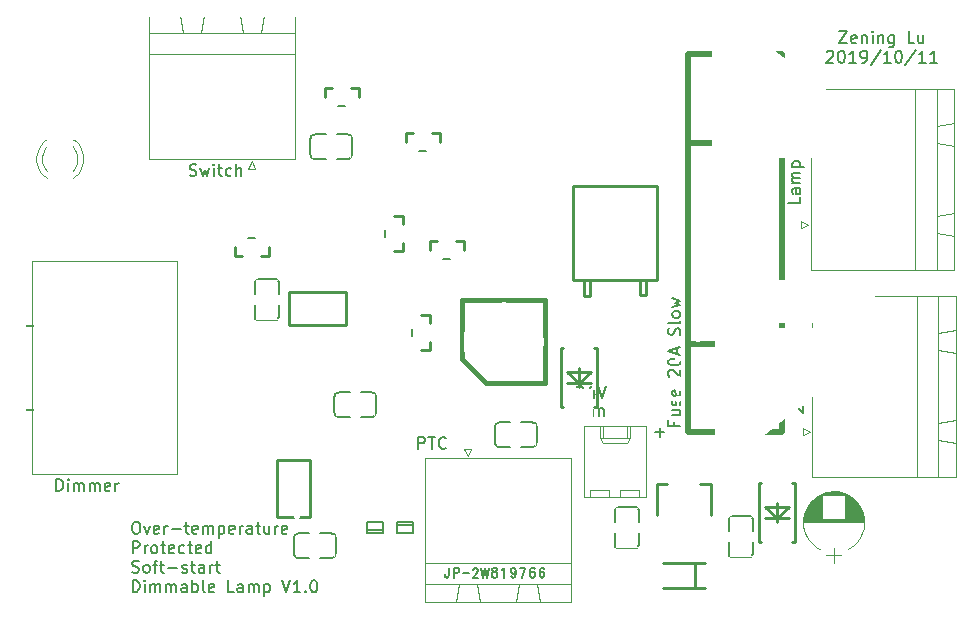
<source format=gto>
*
%FSLAX25Y25*%
%MOIN*%
%ADD10C,0.005906*%
%ADD11C,0.010000*%
%ADD12C,0.015000*%
%ADD13C,0.004724*%
%ADD14C,0.007874*%
%ADD15C,0.001000*%
%ADD16C,0.002000*%
%ADD17C,0.020000*%
%ADD18R,0.032000X0.032000*%
%ADD19C,0.004000*%
%ADD20C,0.016000*%
%ADD21C,0.032000*%
%ADD22C,0.008000*%
%ADD23C,0.128000*%
%ADD24R,0.016000X0.016000*%
%ADD25C,0.064000*%
%ADD26R,0.064000X0.064000*%
%ADD27C,0.011811*%
%ADD28C,0.015748*%
%ADD29R,0.047323X0.047323*%
%ADD30C,0.001102*%
%ADD31R,0.087795X0.087795*%
%ADD32C,0.003937*%
%ADD33R,0.064173X0.064173*%
%ADD34C,0.068110*%
%ADD35R,0.090630X0.090630*%
%ADD36C,0.091732*%
%ADD37R,0.072047X0.072047*%
%ADD38C,0.075984*%
%ADD39C,0.249213*%
%ADD40R,0.093780X0.093780*%
%ADD41C,0.094882*%
%ADD42R,0.057559X0.057559*%
%ADD43R,0.039449X0.039449*%
%ADD44R,0.059134X0.059134*%
%ADD45R,0.248110X0.248110*%
%ADD46C,0.040551*%
%ADD47C,0.105118*%
%ADD48R,0.094567X0.094567*%
%ADD49R,0.051260X0.051260*%
%ADD50R,0.079921X0.079921*%
%ADD51C,0.083858*%
%ADD52C,0.021654*%
%ADD53C,0.039370*%
%ADD54C,0.037402*%
%ADD55C,0.043307*%
%ADD56C,0.047244*%
%ADD57C,0.059055*%
%ADD58C,0.062992*%
%ADD59C,0.066929*%
%ADD60C,0.149606*%
%ADD61C,0.043346*%
%IPPOS*%
%LNgto*%
%LPD*%
G54D10*
X186150Y64982D02*
X184838D01*
Y62920D02*
Y66857D01*
X186712D01*
X189900Y62920D02*
Y64982D01*
X189712Y65357D01*
X189337Y65544D01*
X188587D01*
X188212Y65357D01*
X189900Y63107D02*
X189525Y62920D01*
X188587D01*
X188212Y63107D01*
X188025Y63482D01*
Y63857D01*
X188212Y64232D01*
X188587Y64420D01*
X189525D01*
X189900Y64607D01*
X191774Y65544D02*
Y62920D01*
Y65169D02*
X191962Y65357D01*
X192337Y65544D01*
X192899D01*
X193274Y65357D01*
X193462Y64982D01*
Y62920D01*
X11026Y37920D02*
Y41857D01*
X11963D01*
X12526Y41669D01*
X12901Y41294D01*
X13088Y40919D01*
X13276Y40169D01*
Y39607D01*
X13088Y38857D01*
X12901Y38482D01*
X12526Y38107D01*
X11963Y37920D01*
X11026D01*
X14963D02*
Y40544D01*
Y41857D02*
X14775Y41669D01*
X14963Y41482D01*
X15150Y41669D01*
X14963Y41857D01*
Y41482D01*
X16838Y37920D02*
Y40544D01*
Y40169D02*
X17025Y40357D01*
X17400Y40544D01*
X17963D01*
X18337Y40357D01*
X18525Y39982D01*
Y37920D01*
Y39982D02*
X18712Y40357D01*
X19087Y40544D01*
X19650D01*
X20025Y40357D01*
X20212Y39982D01*
Y37920D01*
X22087D02*
Y40544D01*
Y40169D02*
X22274Y40357D01*
X22649Y40544D01*
X23212D01*
X23587Y40357D01*
X23774Y39982D01*
Y37920D01*
Y39982D02*
X23962Y40357D01*
X24337Y40544D01*
X24899D01*
X25274Y40357D01*
X25462Y39982D01*
Y37920D01*
X28836Y38107D02*
X28461Y37920D01*
X27711D01*
X27336Y38107D01*
X27149Y38482D01*
Y39982D01*
X27336Y40357D01*
X27711Y40544D01*
X28461D01*
X28836Y40357D01*
X29024Y39982D01*
Y39607D01*
X27149Y39232D01*
X30711Y37920D02*
Y40544D01*
Y39795D02*
X30898Y40169D01*
X31086Y40357D01*
X31461Y40544D01*
X31836D01*
X55432Y143107D02*
X55994Y142920D01*
X56932D01*
X57307Y143107D01*
X57494Y143295D01*
X57682Y143670D01*
Y144045D01*
X57494Y144420D01*
X57307Y144607D01*
X56932Y144795D01*
X56182Y144982D01*
X55807Y145169D01*
X55619Y145357D01*
X55432Y145732D01*
Y146107D01*
X55619Y146482D01*
X55807Y146669D01*
X56182Y146857D01*
X57119D01*
X57682Y146669D01*
X58994Y145544D02*
X59744Y142920D01*
X60494Y144795D01*
X61244Y142920D01*
X61994Y145544D01*
X63493Y142920D02*
Y145544D01*
Y146857D02*
X63306Y146669D01*
X63493Y146482D01*
X63681Y146669D01*
X63493Y146857D01*
Y146482D01*
X64806Y145544D02*
X66306D01*
X65368Y146857D02*
Y143482D01*
X65556Y143107D01*
X65931Y142920D01*
X66306D01*
X69305Y143107D02*
X68930Y142920D01*
X68180D01*
X67805Y143107D01*
X67618Y143295D01*
X67430Y143670D01*
Y144795D01*
X67618Y145169D01*
X67805Y145357D01*
X68180Y145544D01*
X68930D01*
X69305Y145357D01*
X70993Y142920D02*
Y146857D01*
X72680Y142920D02*
Y144982D01*
X72492Y145357D01*
X72117Y145544D01*
X71555D01*
X71180Y145357D01*
X70993Y145169D01*
X131650Y51920D02*
Y55857D01*
X133150D01*
X133525Y55669D01*
X133712Y55482D01*
X133900Y55107D01*
Y54544D01*
X133712Y54169D01*
X133525Y53982D01*
X133150Y53795D01*
X131650D01*
X135025Y55857D02*
X137274D01*
X136150Y51920D02*
Y55857D01*
X140837Y52295D02*
X140649Y52107D01*
X140087Y51920D01*
X139712D01*
X139149Y52107D01*
X138774Y52482D01*
X138587Y52857D01*
X138399Y53607D01*
Y54169D01*
X138587Y54919D01*
X138774Y55294D01*
X139149Y55669D01*
X139712Y55857D01*
X140087D01*
X140649Y55669D01*
X140837Y55482D01*
X256369Y64077D02*
X256181Y64264D01*
X255994Y64639D01*
Y65577D01*
X256181Y65952D01*
X256369Y66139D01*
X256744Y66327D01*
X257118D01*
X257681Y66139D01*
X259931Y63889D01*
Y66327D01*
X257306Y69701D02*
X259931D01*
X255806Y68764D02*
X258618Y67826D01*
Y70264D01*
X255994Y71201D02*
X259931Y72513D01*
X255994Y73826D01*
X259931Y75138D02*
X255994D01*
Y76075D01*
X256181Y76638D01*
X256556Y77013D01*
X256931Y77200D01*
X257681Y77388D01*
X258243D01*
X258993Y77200D01*
X259368Y77013D01*
X259743Y76638D01*
X259931Y76075D01*
Y75138D01*
X259556Y81325D02*
X259743Y81137D01*
X259931Y80575D01*
Y80200D01*
X259743Y79637D01*
X259368Y79262D01*
X258993Y79075D01*
X258243Y78888D01*
X257681D01*
X256931Y79075D01*
X256556Y79262D01*
X256181Y79637D01*
X255994Y80200D01*
Y80575D01*
X256181Y81137D01*
X256369Y81325D01*
X258931Y135733D02*
Y133858D01*
X254994D01*
X258931Y138732D02*
X256868D01*
X256493Y138545D01*
X256306Y138170D01*
Y137420D01*
X256493Y137045D01*
X258743Y138732D02*
X258931Y138357D01*
Y137420D01*
X258743Y137045D01*
X258368Y136858D01*
X257993D01*
X257618Y137045D01*
X257431Y137420D01*
Y138357D01*
X257243Y138732D01*
X258931Y140607D02*
X256306D01*
X256681D02*
X256493Y140795D01*
X256306Y141169D01*
Y141732D01*
X256493Y142107D01*
X256868Y142294D01*
X258931D01*
X256868D02*
X256493Y142482D01*
X256306Y142857D01*
Y143419D01*
X256493Y143794D01*
X256868Y143982D01*
X258931D01*
X256306Y145856D02*
X260243D01*
X256493D02*
X256306Y146231D01*
Y146981D01*
X256493Y147356D01*
X256681Y147544D01*
X257056Y147731D01*
X258181D01*
X258556Y147544D01*
X258743Y147356D01*
X258931Y146981D01*
Y146231D01*
X258743Y145856D01*
X37221Y27601D02*
X37971D01*
X38346Y27413D01*
X38721Y27038D01*
X38908Y26289D01*
Y24976D01*
X38721Y24226D01*
X38346Y23851D01*
X37971Y23664D01*
X37221D01*
X36846Y23851D01*
X36471Y24226D01*
X36283Y24976D01*
Y26289D01*
X36471Y27038D01*
X36846Y27413D01*
X37221Y27601D01*
X40220Y26289D02*
X41158Y23664D01*
X42095Y26289D01*
X45095Y23851D02*
X44720Y23664D01*
X43970D01*
X43595Y23851D01*
X43407Y24226D01*
Y25726D01*
X43595Y26101D01*
X43970Y26289D01*
X44720D01*
X45095Y26101D01*
X45282Y25726D01*
Y25351D01*
X43407Y24976D01*
X46970Y23664D02*
Y26289D01*
Y25539D02*
X47157Y25914D01*
X47344Y26101D01*
X47719Y26289D01*
X48094D01*
X49407Y25164D02*
X52406D01*
X53719Y26289D02*
X55219D01*
X54281Y27601D02*
Y24226D01*
X54469Y23851D01*
X54844Y23664D01*
X55219D01*
X58031Y23851D02*
X57656Y23664D01*
X56906D01*
X56531Y23851D01*
X56343Y24226D01*
Y25726D01*
X56531Y26101D01*
X56906Y26289D01*
X57656D01*
X58031Y26101D01*
X58218Y25726D01*
Y25351D01*
X56343Y24976D01*
X59905Y23664D02*
Y26289D01*
Y25914D02*
X60093Y26101D01*
X60468Y26289D01*
X61030D01*
X61405Y26101D01*
X61593Y25726D01*
Y23664D01*
Y25726D02*
X61780Y26101D01*
X62155Y26289D01*
X62718D01*
X63093Y26101D01*
X63280Y25726D01*
Y23664D01*
X65155Y26289D02*
Y22352D01*
Y26101D02*
X65530Y26289D01*
X66280D01*
X66655Y26101D01*
X66842Y25914D01*
X67030Y25539D01*
Y24414D01*
X66842Y24039D01*
X66655Y23851D01*
X66280Y23664D01*
X65530D01*
X65155Y23851D01*
X70217D02*
X69842Y23664D01*
X69092D01*
X68717Y23851D01*
X68529Y24226D01*
Y25726D01*
X68717Y26101D01*
X69092Y26289D01*
X69842D01*
X70217Y26101D01*
X70404Y25726D01*
Y25351D01*
X68529Y24976D01*
X72091Y23664D02*
Y26289D01*
Y25539D02*
X72279Y25914D01*
X72466Y26101D01*
X72841Y26289D01*
X73216D01*
X76216Y23664D02*
Y25726D01*
X76028Y26101D01*
X75653Y26289D01*
X74904D01*
X74529Y26101D01*
X76216Y23851D02*
X75841Y23664D01*
X74904D01*
X74529Y23851D01*
X74341Y24226D01*
Y24601D01*
X74529Y24976D01*
X74904Y25164D01*
X75841D01*
X76216Y25351D01*
X77528Y26289D02*
X79028D01*
X78091Y27601D02*
Y24226D01*
X78278Y23851D01*
X78653Y23664D01*
X79028D01*
X82028Y26289D02*
Y23664D01*
X80340Y26289D02*
Y24226D01*
X80528Y23851D01*
X80903Y23664D01*
X81465D01*
X81840Y23851D01*
X82028Y24039D01*
X83902Y23664D02*
Y26289D01*
Y25539D02*
X84090Y25914D01*
X84277Y26101D01*
X84652Y26289D01*
X85027D01*
X87839Y23851D02*
X87464Y23664D01*
X86715D01*
X86340Y23851D01*
X86152Y24226D01*
Y25726D01*
X86340Y26101D01*
X86715Y26289D01*
X87464D01*
X87839Y26101D01*
X88027Y25726D01*
Y25351D01*
X86152Y24976D01*
X36471Y17168D02*
Y21105D01*
X37971D01*
X38346Y20917D01*
X38533Y20730D01*
X38721Y20355D01*
Y19792D01*
X38533Y19418D01*
X38346Y19230D01*
X37971Y19043D01*
X36471D01*
X40408Y17168D02*
Y19792D01*
Y19043D02*
X40595Y19418D01*
X40783Y19605D01*
X41158Y19792D01*
X41533D01*
X43407Y17168D02*
X43033Y17355D01*
X42845Y17543D01*
X42658Y17918D01*
Y19043D01*
X42845Y19418D01*
X43033Y19605D01*
X43407Y19792D01*
X43970D01*
X44345Y19605D01*
X44532Y19418D01*
X44720Y19043D01*
Y17918D01*
X44532Y17543D01*
X44345Y17355D01*
X43970Y17168D01*
X43407D01*
X45845Y19792D02*
X47344D01*
X46407Y21105D02*
Y17730D01*
X46595Y17355D01*
X46970Y17168D01*
X47344D01*
X50157Y17355D02*
X49782Y17168D01*
X49032D01*
X48657Y17355D01*
X48469Y17730D01*
Y19230D01*
X48657Y19605D01*
X49032Y19792D01*
X49782D01*
X50157Y19605D01*
X50344Y19230D01*
Y18855D01*
X48469Y18480D01*
X53719Y17355D02*
X53344Y17168D01*
X52594D01*
X52219Y17355D01*
X52031Y17543D01*
X51844Y17918D01*
Y19043D01*
X52031Y19418D01*
X52219Y19605D01*
X52594Y19792D01*
X53344D01*
X53719Y19605D01*
X54844Y19792D02*
X56343D01*
X55406Y21105D02*
Y17730D01*
X55593Y17355D01*
X55968Y17168D01*
X56343D01*
X59156Y17355D02*
X58781Y17168D01*
X58031D01*
X57656Y17355D01*
X57468Y17730D01*
Y19230D01*
X57656Y19605D01*
X58031Y19792D01*
X58781D01*
X59156Y19605D01*
X59343Y19230D01*
Y18855D01*
X57468Y18480D01*
X62718Y17168D02*
Y21105D01*
Y17355D02*
X62343Y17168D01*
X61593D01*
X61218Y17355D01*
X61030Y17543D01*
X60843Y17918D01*
Y19043D01*
X61030Y19418D01*
X61218Y19605D01*
X61593Y19792D01*
X62343D01*
X62718Y19605D01*
X36283Y10859D02*
X36846Y10672D01*
X37783D01*
X38158Y10859D01*
X38346Y11047D01*
X38533Y11422D01*
Y11797D01*
X38346Y12172D01*
X38158Y12359D01*
X37783Y12546D01*
X37033Y12734D01*
X36658Y12921D01*
X36471Y13109D01*
X36283Y13484D01*
Y13859D01*
X36471Y14234D01*
X36658Y14421D01*
X37033Y14609D01*
X37971D01*
X38533Y14421D01*
X40783Y10672D02*
X40408Y10859D01*
X40220Y11047D01*
X40033Y11422D01*
Y12546D01*
X40220Y12921D01*
X40408Y13109D01*
X40783Y13296D01*
X41345D01*
X41720Y13109D01*
X41908Y12921D01*
X42095Y12546D01*
Y11422D01*
X41908Y11047D01*
X41720Y10859D01*
X41345Y10672D01*
X40783D01*
X43220Y13296D02*
X44720D01*
X43782Y10672D02*
Y14046D01*
X43970Y14421D01*
X44345Y14609D01*
X44720D01*
X45470Y13296D02*
X46970D01*
X46032Y14609D02*
Y11234D01*
X46220Y10859D01*
X46595Y10672D01*
X46970D01*
X48282Y12172D02*
X51281D01*
X52969Y10859D02*
X53344Y10672D01*
X54094D01*
X54469Y10859D01*
X54656Y11234D01*
Y11422D01*
X54469Y11797D01*
X54094Y11984D01*
X53531D01*
X53156Y12172D01*
X52969Y12546D01*
Y12734D01*
X53156Y13109D01*
X53531Y13296D01*
X54094D01*
X54469Y13109D01*
X55781Y13296D02*
X57281D01*
X56343Y14609D02*
Y11234D01*
X56531Y10859D01*
X56906Y10672D01*
X57281D01*
X60280D02*
Y12734D01*
X60093Y13109D01*
X59718Y13296D01*
X58968D01*
X58593Y13109D01*
X60280Y10859D02*
X59905Y10672D01*
X58968D01*
X58593Y10859D01*
X58406Y11234D01*
Y11609D01*
X58593Y11984D01*
X58968Y12172D01*
X59905D01*
X60280Y12359D01*
X62155Y10672D02*
Y13296D01*
Y12546D02*
X62343Y12921D01*
X62530Y13109D01*
X62905Y13296D01*
X63280D01*
X64030D02*
X65530D01*
X64592Y14609D02*
Y11234D01*
X64780Y10859D01*
X65155Y10672D01*
X65530D01*
X36471Y4176D02*
Y8113D01*
X37408D01*
X37971Y7925D01*
X38346Y7550D01*
X38533Y7175D01*
X38721Y6425D01*
Y5863D01*
X38533Y5113D01*
X38346Y4738D01*
X37971Y4363D01*
X37408Y4176D01*
X36471D01*
X40408D02*
Y6800D01*
Y8113D02*
X40220Y7925D01*
X40408Y7738D01*
X40595Y7925D01*
X40408Y8113D01*
Y7738D01*
X42283Y4176D02*
Y6800D01*
Y6425D02*
X42470Y6613D01*
X42845Y6800D01*
X43407D01*
X43782Y6613D01*
X43970Y6238D01*
Y4176D01*
Y6238D02*
X44157Y6613D01*
X44532Y6800D01*
X45095D01*
X45470Y6613D01*
X45657Y6238D01*
Y4176D01*
X47532D02*
Y6800D01*
Y6425D02*
X47719Y6613D01*
X48094Y6800D01*
X48657D01*
X49032Y6613D01*
X49219Y6238D01*
Y4176D01*
Y6238D02*
X49407Y6613D01*
X49782Y6800D01*
X50344D01*
X50719Y6613D01*
X50907Y6238D01*
Y4176D01*
X54469D02*
Y6238D01*
X54281Y6613D01*
X53906Y6800D01*
X53156D01*
X52781Y6613D01*
X54469Y4363D02*
X54094Y4176D01*
X53156D01*
X52781Y4363D01*
X52594Y4738D01*
Y5113D01*
X52781Y5488D01*
X53156Y5675D01*
X54094D01*
X54469Y5863D01*
X56343Y4176D02*
Y8113D01*
Y6613D02*
X56718Y6800D01*
X57468D01*
X57843Y6613D01*
X58031Y6425D01*
X58218Y6050D01*
Y4926D01*
X58031Y4551D01*
X57843Y4363D01*
X57468Y4176D01*
X56718D01*
X56343Y4363D01*
X60468Y4176D02*
X60093Y4363D01*
X59905Y4738D01*
Y8113D01*
X63467Y4363D02*
X63093Y4176D01*
X62343D01*
X61968Y4363D01*
X61780Y4738D01*
Y6238D01*
X61968Y6613D01*
X62343Y6800D01*
X63093D01*
X63467Y6613D01*
X63655Y6238D01*
Y5863D01*
X61780Y5488D01*
X70217Y4176D02*
X68342D01*
Y8113D01*
X73216Y4176D02*
Y6238D01*
X73029Y6613D01*
X72654Y6800D01*
X71904D01*
X71529Y6613D01*
X73216Y4363D02*
X72841Y4176D01*
X71904D01*
X71529Y4363D01*
X71341Y4738D01*
Y5113D01*
X71529Y5488D01*
X71904Y5675D01*
X72841D01*
X73216Y5863D01*
X75091Y4176D02*
Y6800D01*
Y6425D02*
X75278Y6613D01*
X75653Y6800D01*
X76216D01*
X76591Y6613D01*
X76778Y6238D01*
Y4176D01*
Y6238D02*
X76966Y6613D01*
X77341Y6800D01*
X77903D01*
X78278Y6613D01*
X78466Y6238D01*
Y4176D01*
X80340Y6800D02*
Y2863D01*
Y6613D02*
X80715Y6800D01*
X81465D01*
X81840Y6613D01*
X82028Y6425D01*
X82215Y6050D01*
Y4926D01*
X82028Y4551D01*
X81840Y4363D01*
X81465Y4176D01*
X80715D01*
X80340Y4363D01*
X86340Y8113D02*
X87652Y4176D01*
X88964Y8113D01*
X92339Y4176D02*
X90089D01*
X91214D02*
Y8113D01*
X90839Y7550D01*
X90464Y7175D01*
X90089Y6988D01*
X94026Y4551D02*
X94214Y4363D01*
X94026Y4176D01*
X93839Y4363D01*
X94026Y4551D01*
Y4176D01*
X96651Y8113D02*
X97026D01*
X97401Y7925D01*
X97588Y7738D01*
X97776Y7363D01*
X97963Y6613D01*
Y5675D01*
X97776Y4926D01*
X97588Y4551D01*
X97401Y4363D01*
X97026Y4176D01*
X96651D01*
X96276Y4363D01*
X96088Y4551D01*
X95901Y4926D01*
X95713Y5675D01*
Y6613D01*
X95901Y7363D01*
X96088Y7738D01*
X96276Y7925D01*
X96651Y8113D01*
X271995Y191105D02*
X274620D01*
X271995Y187168D01*
X274620D01*
X277619Y187355D02*
X277244Y187168D01*
X276495D01*
X276120Y187355D01*
X275932Y187730D01*
Y189230D01*
X276120Y189605D01*
X276495Y189792D01*
X277244D01*
X277619Y189605D01*
X277807Y189230D01*
Y188855D01*
X275932Y188480D01*
X279494Y189792D02*
Y187168D01*
Y189418D02*
X279682Y189605D01*
X280057Y189792D01*
X280619D01*
X280994Y189605D01*
X281181Y189230D01*
Y187168D01*
X283056D02*
Y189792D01*
Y191105D02*
X282869Y190917D01*
X283056Y190730D01*
X283244Y190917D01*
X283056Y191105D01*
Y190730D01*
X284931Y189792D02*
Y187168D01*
Y189418D02*
X285118Y189605D01*
X285493Y189792D01*
X286056D01*
X286431Y189605D01*
X286618Y189230D01*
Y187168D01*
X290180Y189792D02*
Y186605D01*
X289993Y186230D01*
X289805Y186043D01*
X289430Y185855D01*
X288868D01*
X288493Y186043D01*
X290180Y187355D02*
X289805Y187168D01*
X289055D01*
X288681Y187355D01*
X288493Y187543D01*
X288306Y187918D01*
Y189043D01*
X288493Y189418D01*
X288681Y189605D01*
X289055Y189792D01*
X289805D01*
X290180Y189605D01*
X296930Y187168D02*
X295055D01*
Y191105D01*
X299929Y189792D02*
Y187168D01*
X298242Y189792D02*
Y187730D01*
X298429Y187355D01*
X298804Y187168D01*
X299367D01*
X299742Y187355D01*
X299929Y187543D01*
X267777Y184234D02*
X267964Y184421D01*
X268339Y184609D01*
X269277D01*
X269652Y184421D01*
X269839Y184234D01*
X270027Y183859D01*
Y183484D01*
X269839Y182921D01*
X267589Y180672D01*
X270027D01*
X272464Y184609D02*
X272839D01*
X273214Y184421D01*
X273401Y184234D01*
X273589Y183859D01*
X273776Y183109D01*
Y182172D01*
X273589Y181422D01*
X273401Y181047D01*
X273214Y180859D01*
X272839Y180672D01*
X272464D01*
X272089Y180859D01*
X271901Y181047D01*
X271714Y181422D01*
X271526Y182172D01*
Y183109D01*
X271714Y183859D01*
X271901Y184234D01*
X272089Y184421D01*
X272464Y184609D01*
X277526Y180672D02*
X275276D01*
X276401D02*
Y184609D01*
X276026Y184046D01*
X275651Y183671D01*
X275276Y183484D01*
X279400Y180672D02*
X280150D01*
X280525Y180859D01*
X280713Y181047D01*
X281088Y181609D01*
X281275Y182359D01*
Y183859D01*
X281088Y184234D01*
X280900Y184421D01*
X280525Y184609D01*
X279775D01*
X279400Y184421D01*
X279213Y184234D01*
X279025Y183859D01*
Y182921D01*
X279213Y182546D01*
X279400Y182359D01*
X279775Y182172D01*
X280525D01*
X280900Y182359D01*
X281088Y182546D01*
X281275Y182921D01*
X285775Y184796D02*
X282400Y179734D01*
X289149Y180672D02*
X286900D01*
X288024D02*
Y184609D01*
X287649Y184046D01*
X287274Y183671D01*
X286900Y183484D01*
X291586Y184609D02*
X291961D01*
X292336Y184421D01*
X292524Y184234D01*
X292711Y183859D01*
X292899Y183109D01*
Y182172D01*
X292711Y181422D01*
X292524Y181047D01*
X292336Y180859D01*
X291961Y180672D01*
X291586D01*
X291211Y180859D01*
X291024Y181047D01*
X290837Y181422D01*
X290649Y182172D01*
Y183109D01*
X290837Y183859D01*
X291024Y184234D01*
X291211Y184421D01*
X291586Y184609D01*
X297398Y184796D02*
X294024Y179734D01*
X300773Y180672D02*
X298523D01*
X299648D02*
Y184609D01*
X299273Y184046D01*
X298898Y183671D01*
X298523Y183484D01*
X304522Y180672D02*
X302273D01*
X303397D02*
Y184609D01*
X303023Y184046D01*
X302648Y183671D01*
X302273Y183484D01*
X184463Y72482D02*
X184650Y72669D01*
X185025Y72857D01*
X185963D01*
X186337Y72669D01*
X186525Y72482D01*
X186712Y72107D01*
Y71732D01*
X186525Y71169D01*
X184275Y68920D01*
X186712D01*
X190087Y71544D02*
Y68920D01*
X189150Y73044D02*
X188212Y70232D01*
X190649D01*
X191587Y72857D02*
X192899Y68920D01*
X194211Y72857D01*
X210650Y57420D02*
X213649D01*
X212150Y55920D02*
Y58919D01*
X256650Y156420D02*
X259649D01*
X258150Y154920D02*
Y157919D01*
X257650Y87420D02*
X260649D01*
X259150Y85920D02*
Y88919D01*
X216868Y61016D02*
Y59703D01*
X218931D02*
X214994D01*
Y61578D01*
X216306Y64765D02*
X218931D01*
X216306Y63078D02*
X218368D01*
X218743Y63265D01*
X218931Y63640D01*
Y64203D01*
X218743Y64578D01*
X218556Y64765D01*
X218743Y66453D02*
X218931Y66828D01*
Y67577D01*
X218743Y67952D01*
X218368Y68140D01*
X218181D01*
X217806Y67952D01*
X217618Y67577D01*
Y67015D01*
X217431Y66640D01*
X217056Y66453D01*
X216868D01*
X216493Y66640D01*
X216306Y67015D01*
Y67577D01*
X216493Y67952D01*
X218743Y71327D02*
X218931Y70952D01*
Y70202D01*
X218743Y69827D01*
X218368Y69640D01*
X216868D01*
X216493Y69827D01*
X216306Y70202D01*
Y70952D01*
X216493Y71327D01*
X216868Y71514D01*
X217243D01*
X217618Y69640D01*
X215369Y76014D02*
X215181Y76201D01*
X214994Y76576D01*
Y77514D01*
X215181Y77889D01*
X215369Y78076D01*
X215744Y78264D01*
X216118D01*
X216681Y78076D01*
X218931Y75826D01*
Y78264D01*
X214994Y80701D02*
Y81076D01*
X215181Y81451D01*
X215369Y81638D01*
X215744Y81826D01*
X216493Y82013D01*
X217431D01*
X218181Y81826D01*
X218556Y81638D01*
X218743Y81451D01*
X218931Y81076D01*
Y80701D01*
X218743Y80326D01*
X218556Y80138D01*
X218181Y79951D01*
X217431Y79763D01*
X216493D01*
X215744Y79951D01*
X215369Y80138D01*
X215181Y80326D01*
X214994Y80701D01*
X217806Y83513D02*
Y85388D01*
X218931Y83138D02*
X214994Y84450D01*
X218931Y85763D01*
X218743Y89887D02*
X218931Y90450D01*
Y91387D01*
X218743Y91762D01*
X218556Y91949D01*
X218181Y92137D01*
X217806D01*
X217431Y91949D01*
X217243Y91762D01*
X217056Y91387D01*
X216868Y90637D01*
X216681Y90262D01*
X216493Y90075D01*
X216118Y89887D01*
X215744D01*
X215369Y90075D01*
X215181Y90262D01*
X214994Y90637D01*
Y91574D01*
X215181Y92137D01*
X218931Y94387D02*
X218743Y94012D01*
X218368Y93824D01*
X214994D01*
X218931Y96449D02*
X218743Y96074D01*
X218556Y95886D01*
X218181Y95699D01*
X217056D01*
X216681Y95886D01*
X216493Y96074D01*
X216306Y96449D01*
Y97011D01*
X216493Y97386D01*
X216681Y97574D01*
X217056Y97761D01*
X218181D01*
X218556Y97574D01*
X218743Y97386D01*
X218931Y97011D01*
Y96449D01*
X216306Y99073D02*
X218931Y99823D01*
X217056Y100573D01*
X218931Y101323D01*
X216306Y102073D01*
G54D11*
X227236Y5469D02*
X213063D01*
X227236Y13933D02*
X213063D01*
X223988D02*
Y5469D01*
X191055Y85543D02*
X190268D01*
X191055Y65858D02*
X190268D01*
X180031Y85543D02*
X179244D01*
X180031Y65858D02*
X179244D01*
X191055D02*
Y85543D01*
X179244Y65858D02*
Y85543D01*
X185150Y73732D02*
X189087Y77669D01*
X181213D01*
X185150Y73732D02*
X181213Y77669D01*
X189087Y73732D02*
X181213D01*
X185150Y72669D02*
Y78732D01*
G54D12*
X146370Y81795D02*
Y101480D01*
X154244Y73921D02*
X173929D01*
X146370Y81795D02*
X154244Y73921D01*
X146370Y101480D02*
X173929D01*
Y73921D01*
G54D13*
X207543Y35811D02*
Y59433D01*
X186756D01*
Y35811D01*
X207543D01*
X202150Y59433D02*
Y55496D01*
X192150D01*
Y59433D01*
X202150Y55496D02*
X201165Y53803D01*
X193134D01*
X192150Y55496D01*
X201165Y59433D02*
Y55496D01*
X193134Y59433D02*
Y55496D01*
X205299Y35811D02*
Y38252D01*
X199000D01*
Y35811D01*
X195299D02*
Y38252D01*
X189000D01*
Y35811D01*
X260110Y27622D02*
X280189D01*
X260110Y27780D02*
X280189D01*
X260114Y27937D02*
X280185D01*
X260118Y28094D02*
X280181D01*
X260126Y28252D02*
X280173D01*
X260138Y28409D02*
X280161D01*
X260154Y28567D02*
X280146D01*
X260169Y28724D02*
X266291D01*
X274008D02*
X280130D01*
X260185Y28882D02*
X266291D01*
X274008D02*
X280114D01*
X260209Y29039D02*
X266291D01*
X274008D02*
X280091D01*
X260232Y29197D02*
X266291D01*
X274008D02*
X280067D01*
X260256Y29354D02*
X266291D01*
X274008D02*
X280043D01*
X260283Y29512D02*
X266291D01*
X274008D02*
X280016D01*
X260315Y29669D02*
X266291D01*
X274008D02*
X279984D01*
X260350Y29827D02*
X266291D01*
X274008D02*
X279949D01*
X260386Y29984D02*
X266291D01*
X274008D02*
X279913D01*
X260425Y30142D02*
X266291D01*
X274008D02*
X279874D01*
X260465Y30299D02*
X266291D01*
X274008D02*
X279835D01*
X260512Y30461D02*
X266291D01*
X274008D02*
X279787D01*
X260559Y30618D02*
X266291D01*
X274008D02*
X279740D01*
X260606Y30776D02*
X266291D01*
X274008D02*
X279693D01*
X260661Y30933D02*
X266291D01*
X274008D02*
X279638D01*
X260717Y31091D02*
X266291D01*
X274008D02*
X279583D01*
X260772Y31248D02*
X266291D01*
X274008D02*
X279528D01*
X260835Y31406D02*
X266291D01*
X274008D02*
X279465D01*
X260898Y31563D02*
X266291D01*
X274008D02*
X279402D01*
X260965Y31720D02*
X266291D01*
X274008D02*
X279335D01*
X261035Y31878D02*
X266291D01*
X274008D02*
X279264D01*
X261110Y32035D02*
X266291D01*
X274008D02*
X279189D01*
X261189Y32193D02*
X266291D01*
X274008D02*
X279110D01*
X261268Y32350D02*
X266291D01*
X274008D02*
X279031D01*
X261354Y32508D02*
X266291D01*
X274008D02*
X278945D01*
X261441Y32665D02*
X266291D01*
X274008D02*
X278858D01*
X261531Y32823D02*
X266291D01*
X274008D02*
X278768D01*
X261626Y32980D02*
X266291D01*
X274008D02*
X278673D01*
X261724Y33138D02*
X266291D01*
X274008D02*
X278575D01*
X261831Y33295D02*
X266291D01*
X274008D02*
X278469D01*
X261937Y33453D02*
X266291D01*
X274008D02*
X278362D01*
X262047Y33610D02*
X266291D01*
X274008D02*
X278252D01*
X262165Y33768D02*
X266291D01*
X274008D02*
X278134D01*
X262287Y33925D02*
X266291D01*
X274008D02*
X278012D01*
X262413Y34083D02*
X266291D01*
X274008D02*
X277886D01*
X262543Y34240D02*
X266291D01*
X274008D02*
X277756D01*
X262681Y34398D02*
X266291D01*
X274008D02*
X277618D01*
X262823Y34555D02*
X266291D01*
X274008D02*
X277476D01*
X262972Y34713D02*
X266291D01*
X274008D02*
X277327D01*
X263130Y34870D02*
X266291D01*
X274008D02*
X277169D01*
X263291Y35028D02*
X266291D01*
X274008D02*
X277008D01*
X263461Y35185D02*
X266291D01*
X274008D02*
X276839D01*
X263638Y35343D02*
X266291D01*
X274008D02*
X276661D01*
X263827Y35500D02*
X266291D01*
X274008D02*
X276472D01*
X264024Y35657D02*
X266291D01*
X274008D02*
X276276D01*
X264228Y35815D02*
X266291D01*
X274008D02*
X276071D01*
X264449Y35972D02*
X266291D01*
X274008D02*
X275850D01*
X264677Y36130D02*
X266291D01*
X274008D02*
X275622D01*
X264925Y36287D02*
X266291D01*
X274008D02*
X275374D01*
X265185Y36445D02*
X275114D01*
X265469Y36602D02*
X274831D01*
X265772Y36760D02*
X274528D01*
X266102Y36917D02*
X274197D01*
X266472Y37075D02*
X273827D01*
X266886Y37232D02*
X273413D01*
X267366Y37390D02*
X272933D01*
X267949Y37547D02*
X272350D01*
X268756Y37705D02*
X271543D01*
X270150Y14039D02*
Y18764D01*
X267591Y16402D02*
X272709D01*
X90402Y148512D02*
Y196386D01*
X41898D02*
Y148512D01*
X90402D01*
Y190480D02*
Y183394D01*
X41898D01*
Y190480D01*
X90402D01*
X72213Y196386D02*
X73197Y190480D01*
X79102D01*
X80087Y196386D01*
X52213D02*
X53197Y190480D01*
X59102D01*
X60087Y196386D01*
X74969Y145362D02*
X76150Y147724D01*
X77331Y145362D01*
X74969D01*
G54D14*
X104969Y166157D02*
X107331D01*
G54D11*
X100402Y172260D02*
X103000D01*
X100402D02*
Y169051D01*
X111898Y172260D02*
Y169051D01*
X109299Y172260D02*
X111898D01*
X109299D02*
X111898D01*
X109299D02*
X111898D01*
G54D14*
X131969Y151157D02*
X134331D01*
G54D11*
X127402Y157260D02*
X130000D01*
X127402D02*
Y154051D01*
X138898Y157260D02*
Y154051D01*
X136299Y157260D02*
X138898D01*
X136299D02*
X138898D01*
X136299D02*
X138898D01*
G54D14*
X109614Y155201D02*
Y150201D01*
X108039Y156776D02*
X104417D01*
X95677Y155201D02*
Y150201D01*
X100874Y156776D02*
X97252D01*
X100874Y148626D02*
X97252D01*
X108039D02*
X104417D01*
G54D11*
X211217Y139465D02*
Y108165D01*
X183083Y139465D02*
Y108165D01*
X211217D01*
X188882D02*
Y103047D01*
X186913D02*
X188882D01*
X186913Y108165D02*
Y103047D01*
X183083Y139465D02*
X211217D01*
X207475Y108182D02*
Y103064D01*
X205506D02*
X207475D01*
X205506Y108182D02*
Y103064D01*
G54D14*
X120606Y124882D02*
Y122520D01*
G54D11*
X126709Y129449D02*
Y126850D01*
Y129449D02*
X123500D01*
X126709Y117953D02*
X123500D01*
X126709Y120551D02*
Y117953D01*
Y120551D02*
Y117953D01*
Y120551D02*
Y117953D01*
X257055Y40543D02*
X256268D01*
X257055Y20858D02*
X256268D01*
X246031Y40543D02*
X245244D01*
X246031Y20858D02*
X245244D01*
X257055D02*
Y40543D01*
X245244Y20858D02*
Y40543D01*
X251150Y28732D02*
X255087Y32669D01*
X247213D01*
X251150Y28732D02*
X247213Y32669D01*
X255087Y28732D02*
X247213D01*
X251150Y27669D02*
Y33732D01*
G54D14*
X139969Y115157D02*
X142331D01*
G54D11*
X135402Y121260D02*
X138000D01*
X135402D02*
Y118051D01*
X146898Y121260D02*
Y118051D01*
X144299Y121260D02*
X146898D01*
X144299D02*
X146898D01*
X144299D02*
X146898D01*
X84638Y48150D02*
Y29252D01*
X95661Y48150D02*
Y29252D01*
X84638Y48150D02*
X95661D01*
X84638Y29252D02*
X95661D01*
X88701Y93189D02*
X107598D01*
X88701Y104213D02*
X107598D01*
X88701Y93189D02*
Y104213D01*
X107598Y93189D02*
Y104213D01*
X211094Y40063D02*
Y29827D01*
Y40063D02*
X214638D01*
X229205D02*
Y29827D01*
X225661Y40063D02*
X229205D01*
G54D13*
X133898Y48890D02*
Y1016D01*
X182402D02*
Y48890D01*
X133898D01*
Y6921D02*
Y14008D01*
X182402D01*
Y6921D01*
X133898D01*
X152087Y1016D02*
X151102Y6921D01*
X145197D01*
X144213Y1016D01*
X172087D02*
X171102Y6921D01*
X165197D01*
X164213Y1016D01*
X149331Y52039D02*
X148150Y49677D01*
X146969Y52039D01*
X149331D01*
X51067Y43543D02*
X2953D01*
X51067Y114492D02*
X2953D01*
X51067Y43543D02*
Y114492D01*
X2953Y43543D02*
Y114492D01*
G54D15*
Y65186D02*
X3114Y65093D01*
Y64907D01*
X2953Y64814D01*
X50D01*
Y65186D01*
X2953D01*
G54D16*
X100Y65000D02*
X3089D01*
X100Y64864D02*
X2953D01*
X100Y64900D02*
X3045D01*
X100Y64864D02*
Y65000D01*
X3089D02*
X3049Y64904D01*
X2953Y64864D01*
X100D01*
Y65100D02*
X3045D01*
X100Y65136D02*
X2953D01*
X100Y65000D02*
Y65136D01*
X2953D02*
X3049Y65096D01*
X3089Y65000D01*
X100Y65136D02*
X2953D01*
G54D15*
Y93218D02*
X3114Y93125D01*
Y92938D01*
X2953Y92845D01*
X50D01*
Y93218D01*
X2953D01*
G54D16*
X100Y93031D02*
X3089D01*
X100Y92895D02*
X2953D01*
X100Y92931D02*
X3045D01*
X100Y92895D02*
Y93031D01*
X3089D02*
X3049Y92935D01*
X2953Y92895D01*
X100D01*
Y93131D02*
X3045D01*
X100Y93168D02*
X2953D01*
X100Y93031D02*
Y93168D01*
X2953D02*
X3049Y93128D01*
X3089Y93031D01*
X100Y93168D02*
X2953D01*
G54D13*
Y65000D02*
Y93031D01*
G54D14*
X77331Y122244D02*
X74969D01*
G54D11*
X81898Y116142D02*
X79299D01*
X81898D02*
Y119350D01*
X70402Y116142D02*
Y119350D01*
X73000Y116142D02*
X70402D01*
X73000D02*
X70402D01*
X73000D02*
X70402D01*
G54D14*
X129606Y91882D02*
Y89520D01*
G54D11*
X135709Y96449D02*
Y93850D01*
Y96449D02*
X132500D01*
X135709Y84953D02*
X132500D01*
X135709Y87551D02*
Y84953D01*
Y87551D02*
Y84953D01*
Y87551D02*
Y84953D01*
G54D13*
X262461Y111386D02*
X310335D01*
Y172016D01*
X262461D01*
Y111386D01*
X304429D02*
X297343D01*
Y172016D01*
X304429D01*
Y111386D01*
X310335Y122764D02*
Y130638D01*
X304429Y129654D01*
Y123748D01*
X310335Y122764D01*
Y152764D02*
Y160638D01*
X304429Y159654D01*
Y153748D01*
X310335Y152764D01*
X259311Y127882D02*
X261673Y126701D01*
X259311Y125520D01*
Y127882D01*
X262961Y42386D02*
X310835D01*
Y103016D01*
X262961D01*
Y42386D01*
X304929D02*
X297843D01*
Y103016D01*
X304929D01*
Y42386D01*
X310835Y53764D02*
Y61638D01*
X304929Y60654D01*
Y54748D01*
X310835Y53764D01*
Y83764D02*
Y91638D01*
X304929Y90654D01*
Y84748D01*
X310835Y83764D01*
X259811Y58882D02*
X262173Y57701D01*
X259811Y56520D01*
Y58882D01*
G54D17*
X252898Y86965D02*
X221402D01*
X252898Y153965D02*
X221402D01*
Y183465D02*
Y57480D01*
X252898Y183465D02*
Y57480D01*
X221402D01*
X252898Y183465D02*
X221402D01*
G54D14*
X129906Y27669D02*
Y23732D01*
X124394Y27669D02*
Y23732D01*
X129906D01*
X124394Y27669D02*
X129906D01*
X124394Y26488D02*
X129906D01*
X114394Y23732D02*
Y27669D01*
X119906Y23732D02*
Y27669D01*
X114394D01*
X119906Y23732D02*
X114394D01*
X119906Y24913D02*
X114394D01*
G54D13*
X17016Y154843D02*
X16402D01*
X7898D02*
X7283D01*
G54D14*
X157181Y54201D02*
Y59201D01*
X158756Y52626D02*
X162378D01*
X171118Y54201D02*
Y59201D01*
X165921Y52626D02*
X169543D01*
X165921Y60776D02*
X169543D01*
X158756D02*
X162378D01*
X104118Y22201D02*
Y17201D01*
X102543Y23776D02*
X98921D01*
X90181Y22201D02*
Y17201D01*
X95378Y23776D02*
X91756D01*
X95378Y15626D02*
X91756D01*
X102543D02*
X98921D01*
X103677Y64201D02*
Y69201D01*
X105252Y62626D02*
X108874D01*
X117614Y64201D02*
Y69201D01*
X112417Y62626D02*
X116039D01*
X112417Y70776D02*
X116039D01*
X105252D02*
X108874D01*
X83650Y94732D02*
X78650D01*
X85224Y96307D02*
Y99929D01*
X83650Y108669D02*
X78650D01*
X85224Y103472D02*
Y107094D01*
X77075Y103472D02*
Y107094D01*
Y96307D02*
Y99929D01*
X198650Y32669D02*
X203650D01*
X197075Y31094D02*
Y27472D01*
X198650Y18732D02*
X203650D01*
X197075Y23929D02*
Y20307D01*
X205224Y23929D02*
Y20307D01*
Y31094D02*
Y27472D01*
X241650Y15732D02*
X236650D01*
X243224Y17307D02*
Y20929D01*
X241650Y29669D02*
X236650D01*
X243224Y24472D02*
Y28094D01*
X235075Y24472D02*
Y28094D01*
Y17307D02*
Y20929D01*
G54D13*
X90402Y196386D02*
X41898D01*
X80087D02*
X72213D01*
X60087D02*
X52213D01*
X133898Y1016D02*
X182402D01*
X144213D02*
X152087D01*
X164213D02*
X172087D01*
X265505Y36700D02*
X264420Y36057D01*
X263423Y35285D01*
X262528Y34396D01*
X261750Y33404D01*
X261101Y32323D01*
X260590Y31170D01*
X260225Y29963D01*
X260012Y28720D01*
X259954Y27460D01*
X260052Y26203D01*
X260304Y24967D01*
X260707Y23772D01*
X261255Y22636D01*
X261938Y21576D01*
X262747Y20609D01*
X263670Y19749D01*
X264691Y19009D01*
X265504Y18545D01*
X274795D02*
X275880Y19188D01*
X276877Y19960D01*
X277772Y20849D01*
X278550Y21841D01*
X279199Y22922D01*
X279710Y24075D01*
X280074Y25283D01*
X280287Y26526D01*
X280345Y27785D01*
X280247Y29043D01*
X279994Y30278D01*
X279591Y31473D01*
X279044Y32609D01*
X278360Y33669D01*
X277551Y34636D01*
X276629Y35496D01*
X275607Y36235D01*
X274794Y36700D01*
X273638Y37204D01*
X272429Y37561D01*
X271185Y37766D01*
X269924Y37816D01*
X268668Y37711D01*
X267434Y37451D01*
X266241Y37040D01*
X265504Y36699D01*
G54D14*
X108039Y148626D02*
X108527Y148703D01*
X108967Y148928D01*
X109315Y149278D01*
X109539Y149719D01*
X109614Y150201D01*
Y155201D02*
X109537Y155689D01*
X109312Y156128D01*
X108962Y156477D01*
X108522Y156700D01*
X108039Y156776D01*
X97252D02*
X96764Y156698D01*
X96324Y156473D01*
X95976Y156124D01*
X95753Y155683D01*
X95677Y155201D01*
Y150201D02*
X95755Y149713D01*
X95979Y149273D01*
X96329Y148925D01*
X96770Y148702D01*
X97252Y148626D01*
G54D13*
X16396Y142117D02*
X17280Y142780D01*
X18062Y143561D01*
X18727Y144444D01*
X19260Y145412D01*
X19652Y146445D01*
X19895Y147523D01*
X19984Y148625D01*
X19917Y149728D01*
X19695Y150811D01*
X19323Y151851D01*
X18808Y152829D01*
X18161Y153725D01*
X17394Y154521D01*
X17014Y154843D01*
X7285D02*
X6470Y154097D01*
X5767Y153244D01*
X5191Y152301D01*
X4754Y151286D01*
X4464Y150219D01*
X4326Y149123D01*
X4345Y148018D01*
X4519Y146926D01*
X4844Y145870D01*
X5315Y144870D01*
X5922Y143947D01*
X6653Y143118D01*
X7493Y142400D01*
X7903Y142117D01*
X16401Y144602D02*
X17008Y145344D01*
X17488Y146175D01*
X17826Y147073D01*
X18015Y148013D01*
X18049Y148972D01*
X17927Y149923D01*
X17653Y150843D01*
X17234Y151705D01*
X16680Y152489D01*
X16402Y152799D01*
X7898D02*
X7290Y152057D01*
X6811Y151226D01*
X6473Y150328D01*
X6284Y149387D01*
X6250Y148429D01*
X6372Y147477D01*
X6647Y146558D01*
X7066Y145695D01*
X7620Y144912D01*
X7898Y144602D01*
G54D14*
X158756Y60776D02*
X158268Y60698D01*
X157828Y60474D01*
X157480Y60124D01*
X157257Y59683D01*
X157181Y59201D01*
Y54201D02*
X157259Y53713D01*
X157483Y53273D01*
X157833Y52925D01*
X158274Y52702D01*
X158756Y52626D01*
X169543D02*
X170031Y52703D01*
X170471Y52928D01*
X170819Y53278D01*
X171042Y53719D01*
X171118Y54201D01*
Y59201D02*
X171041Y59689D01*
X170816Y60128D01*
X170466Y60477D01*
X170026Y60700D01*
X169543Y60776D01*
X102543Y15626D02*
X103031Y15703D01*
X103471Y15928D01*
X103819Y16278D01*
X104042Y16719D01*
X104118Y17201D01*
Y22201D02*
X104041Y22689D01*
X103816Y23128D01*
X103466Y23477D01*
X103026Y23700D01*
X102543Y23776D01*
X91756D02*
X91268Y23698D01*
X90828Y23473D01*
X90480Y23124D01*
X90257Y22683D01*
X90181Y22201D01*
Y17201D02*
X90259Y16713D01*
X90483Y16273D01*
X90833Y15925D01*
X91274Y15702D01*
X91756Y15626D01*
X105252Y70776D02*
X104764Y70698D01*
X104324Y70474D01*
X103976Y70124D01*
X103753Y69683D01*
X103677Y69201D01*
Y64201D02*
X103755Y63713D01*
X103979Y63273D01*
X104329Y62925D01*
X104770Y62702D01*
X105252Y62626D01*
X116039D02*
X116527Y62703D01*
X116967Y62928D01*
X117315Y63278D01*
X117539Y63719D01*
X117614Y64201D01*
Y69201D02*
X117537Y69689D01*
X117312Y70128D01*
X116962Y70477D01*
X116522Y70700D01*
X116039Y70776D01*
X77075Y96307D02*
X77152Y95819D01*
X77377Y95380D01*
X77727Y95031D01*
X78167Y94808D01*
X78650Y94732D01*
X83650D02*
X84137Y94810D01*
X84577Y95034D01*
X84926Y95384D01*
X85149Y95825D01*
X85224Y96307D01*
Y107094D02*
X85147Y107582D01*
X84922Y108022D01*
X84572Y108371D01*
X84132Y108594D01*
X83650Y108669D01*
X78650D02*
X78162Y108592D01*
X77722Y108367D01*
X77374Y108017D01*
X77150Y107577D01*
X77075Y107094D01*
X205224Y31094D02*
X205147Y31582D01*
X204922Y32022D01*
X204572Y32371D01*
X204132Y32594D01*
X203650Y32669D01*
X198650D02*
X198162Y32592D01*
X197722Y32367D01*
X197374Y32017D01*
X197150Y31577D01*
X197075Y31094D01*
Y20307D02*
X197152Y19819D01*
X197377Y19380D01*
X197727Y19031D01*
X198167Y18808D01*
X198650Y18732D01*
X203650D02*
X204137Y18810D01*
X204577Y19034D01*
X204926Y19384D01*
X205149Y19825D01*
X205224Y20307D01*
X235075Y17307D02*
X235152Y16819D01*
X235377Y16380D01*
X235727Y16031D01*
X236167Y15808D01*
X236650Y15732D01*
X241650D02*
X242137Y15810D01*
X242577Y16034D01*
X242926Y16384D01*
X243149Y16825D01*
X243224Y17307D01*
Y28094D02*
X243147Y28582D01*
X242922Y29022D01*
X242572Y29371D01*
X242132Y29594D01*
X241650Y29669D01*
X236650D02*
X236162Y29592D01*
X235722Y29367D01*
X235374Y29017D01*
X235150Y28577D01*
X235075Y28094D01*
G54D10*
X141798Y12319D02*
Y9770D01*
X141676Y9291D01*
X141554Y9132D01*
X141310Y8973D01*
X141066D01*
X140823Y9132D01*
X140701Y9291D01*
X140579Y9770D01*
Y10088D01*
X143607Y12319D02*
Y8973D01*
Y12319D02*
X144703D01*
X145069Y12160D01*
X145191Y12000D01*
X145313Y11682D01*
Y11204D01*
X145191Y10885D01*
X145069Y10726D01*
X144703Y10566D01*
X143607D01*
X146513Y10407D02*
X148706D01*
X150028Y11522D02*
Y11682D01*
X150150Y12000D01*
X150271Y12160D01*
X150515Y12319D01*
X151003D01*
X151246Y12160D01*
X151368Y12000D01*
X151490Y11682D01*
Y11363D01*
X151368Y11044D01*
X151124Y10566D01*
X149906Y8973D01*
X151612D01*
X152690Y12319D02*
X153299Y8973D01*
X153909Y12319D02*
X153299Y8973D01*
X153909Y12319D02*
X154518Y8973D01*
X155127Y12319D02*
X154518Y8973D01*
X156814Y12319D02*
X156449Y12160D01*
X156327Y11841D01*
Y11522D01*
X156449Y11204D01*
X156693Y11044D01*
X157180Y10885D01*
X157546Y10726D01*
X157789Y10407D01*
X157911Y10088D01*
Y9610D01*
X157789Y9291D01*
X157667Y9132D01*
X157302Y8973D01*
X156814D01*
X156449Y9132D01*
X156327Y9291D01*
X156205Y9610D01*
Y10088D01*
X156327Y10407D01*
X156571Y10726D01*
X156936Y10885D01*
X157424Y11044D01*
X157667Y11204D01*
X157789Y11522D01*
Y11841D01*
X157667Y12160D01*
X157302Y12319D01*
X156814D01*
X159720Y11682D02*
X159964Y11841D01*
X160330Y12319D01*
Y8973D01*
X164089Y11204D02*
X163967Y10726D01*
X163723Y10407D01*
X163357Y10248D01*
X163235D01*
X162870Y10407D01*
X162626Y10726D01*
X162504Y11204D01*
Y11363D01*
X162626Y11841D01*
X162870Y12160D01*
X163235Y12319D01*
X163357D01*
X163723Y12160D01*
X163967Y11841D01*
X164089Y11204D01*
Y10407D01*
X163967Y9610D01*
X163723Y9132D01*
X163357Y8973D01*
X163114D01*
X162748Y9132D01*
X162626Y9451D01*
X167360Y12319D02*
X166141Y8973D01*
X165654Y12319D02*
X167360D01*
X170388Y11841D02*
X170266Y12160D01*
X169900Y12319D01*
X169657D01*
X169291Y12160D01*
X169047Y11682D01*
X168925Y10885D01*
Y10088D01*
X169047Y9451D01*
X169291Y9132D01*
X169657Y8973D01*
X169778D01*
X170144Y9132D01*
X170388Y9451D01*
X170510Y9929D01*
Y10088D01*
X170388Y10566D01*
X170144Y10885D01*
X169778Y11044D01*
X169657D01*
X169291Y10885D01*
X169047Y10566D01*
X168925Y10088D01*
X173537Y11841D02*
X173415Y12160D01*
X173050Y12319D01*
X172806D01*
X172441Y12160D01*
X172197Y11682D01*
X172075Y10885D01*
Y10088D01*
X172197Y9451D01*
X172441Y9132D01*
X172806Y8973D01*
X172928D01*
X173294Y9132D01*
X173537Y9451D01*
X173659Y9929D01*
Y10088D01*
X173537Y10566D01*
X173294Y10885D01*
X172928Y11044D01*
X172806D01*
X172441Y10885D01*
X172197Y10566D01*
X172075Y10088D01*
%LPC*%
X172075Y10088D02*
G54D15*
X220150Y45157D02*
X221028Y45070D01*
X221873Y44814D01*
X222651Y44398D01*
X223334Y43838D01*
X223894Y43155D01*
X224310Y42377D01*
X224566Y41532D01*
X224631Y40874D01*
Y34528D01*
X224566Y33869D01*
X224310Y33025D01*
X223894Y32246D01*
X223334Y31564D01*
X222651Y31004D01*
X222131Y30721D01*
X222127Y30718D01*
X222072Y30572D01*
Y25402D01*
X222044Y25119D01*
X221934Y24757D01*
X221756Y24423D01*
X221516Y24130D01*
X221223Y23890D01*
X220889Y23711D01*
X220527Y23601D01*
X220150Y23564D01*
X219773Y23601D01*
X219410Y23711D01*
X219076Y23890D01*
X218784Y24130D01*
X218543Y24423D01*
X218365Y24757D01*
X218255Y25119D01*
X218227Y25402D01*
X218223Y30629D01*
X218222Y30634D01*
X218222D02*
X218119Y30752D01*
X218119D02*
X217648Y31004D01*
X216965Y31564D01*
X216405Y32246D01*
X215989Y33025D01*
X215733Y33869D01*
X215668Y34528D01*
Y40874D01*
X215733Y41532D01*
X215989Y42377D01*
X216405Y43155D01*
X216965Y43838D01*
X217648Y44398D01*
X218426Y44814D01*
X219271Y45070D01*
X220150Y45157D01*
G54D16*
X215718Y34525D02*
X224581D01*
X215718Y34525D02*
X224581D01*
X215718Y40876D02*
X224581D01*
X215787Y41542D02*
X224513D01*
X215787Y33860D02*
X224513D01*
X215787Y33860D02*
X224513D01*
X215787Y41542D02*
X224513D01*
X216054Y42396D02*
X224245D01*
X216054Y33006D02*
X224245D01*
X216054Y42396D02*
X224245D01*
X216491Y43183D02*
X223808D01*
X216054Y33005D02*
X224245D01*
X216491Y32218D02*
X223808D01*
X216491Y43183D02*
X223808D01*
X216491Y32218D02*
X223808D01*
X217085Y43873D02*
X223214D01*
X217085Y43873D02*
X223214D01*
X217085Y31528D02*
X223214D01*
X217085Y31528D02*
X223214D01*
X217829Y44440D02*
X222471D01*
X217829Y44440D02*
X222471D01*
X217829Y30962D02*
X222473D01*
X217829Y30962D02*
X222473D01*
X218746Y44860D02*
X221553D01*
X218246Y30706D02*
X222053D01*
X218259Y30680D02*
X222039D01*
X218273Y30624D02*
X222024D01*
X218273Y30596D02*
X222020D01*
X218273Y30576D02*
X222022D01*
X218277Y25399D02*
X222022D01*
X218309Y25109D02*
X221991D01*
X218309Y25109D02*
X221991D01*
X218430Y24738D02*
X221869D01*
X218430Y24738D02*
X221869D01*
X218629Y24395D02*
X221670D01*
X218629Y24395D02*
X221670D01*
X218903Y24095D02*
X221396D01*
X218903Y24095D02*
X221396D01*
X219257Y23848D02*
X221042D01*
X219257Y23848D02*
X221042D01*
X219730Y23665D02*
X220569D01*
X219730Y23665D02*
X220569D01*
X215774Y33960D02*
X224525D01*
X215759Y34115D02*
X224540D01*
X215744Y34270D02*
X224555D01*
X215728Y34425D02*
X224571D01*
X215783Y33869D02*
X215718Y34530D01*
X224582Y34535D02*
X224517Y33879D01*
G54D18*
X217218Y36125D02*
X223081D01*
X217218Y39276D02*
X223081D01*
G54D16*
X215728Y40976D02*
X224571D01*
X215744Y41131D02*
X224555D01*
X215759Y41287D02*
X224540D01*
X215774Y41442D02*
X224525D01*
X215718Y40871D02*
X215782Y41522D01*
X224516Y41532D02*
X224581Y40871D01*
G54D19*
X216091Y33206D02*
X224208D01*
X216022Y33433D02*
X224277D01*
X215953Y33660D02*
X224346D01*
G54D16*
X216036Y33044D02*
X215782Y33879D01*
X224520Y33889D02*
X224261Y33035D01*
G54D19*
X216128Y33082D02*
X215881Y33899D01*
X224346Y33660D02*
X224208Y33206D01*
X215953Y41742D02*
X224346D01*
X216022Y41969D02*
X224277D01*
X216091Y42196D02*
X224208D01*
G54D16*
X215779Y41513D02*
X216038Y42367D01*
X224264Y42358D02*
X224517Y41522D01*
G54D19*
X215953Y41742D02*
X216091Y42196D01*
X224171Y42319D02*
X224418Y41503D01*
G54D16*
X216110Y42496D02*
X224190D01*
X216188Y42643D02*
X224111D01*
X216267Y42790D02*
X224033D01*
X216345Y42936D02*
X223954D01*
X216424Y43083D02*
X223876D01*
X216036Y42358D02*
X216447Y43127D01*
X223847Y43136D02*
X224268Y42349D01*
X216423Y32318D02*
X223876D01*
X216345Y32465D02*
X223954D01*
X216267Y32612D02*
X224033D01*
X216188Y32759D02*
X224111D01*
X216110Y32905D02*
X224190D01*
X216447Y32274D02*
X216031Y33053D01*
X224264Y33044D02*
X223847Y32265D01*
X216977Y31628D02*
X223322D01*
X216843Y31792D02*
X223456D01*
X216709Y31955D02*
X223590D01*
X216575Y32118D02*
X223724D01*
X217001Y31599D02*
X216441Y32282D01*
X223852Y32274D02*
X223292Y31592D01*
X216575Y43283D02*
X223724D01*
X216709Y43447D02*
X223590D01*
X216843Y43610D02*
X223456D01*
X216977Y43773D02*
X223322D01*
X216441Y43120D02*
X217007Y43810D01*
X223298Y43802D02*
X223852Y43127D01*
X217656Y31062D02*
X222644D01*
X217507Y31184D02*
X222792D01*
X217358Y31306D02*
X222941D01*
X217209Y31428D02*
X223090D01*
X217683Y31039D02*
X216993Y31606D01*
X223298Y31599D02*
X222623Y31045D01*
X217209Y43973D02*
X223090D01*
X217358Y44095D02*
X222941D01*
X217507Y44218D02*
X222792D01*
X217656Y44340D02*
X222644D01*
X217001Y43802D02*
X217676Y44356D01*
X222616Y44362D02*
X223306Y43796D01*
X218125Y30806D02*
X222182D01*
X218019Y30862D02*
X222285D01*
X218140Y30797D02*
X217676Y31046D01*
X222632Y31050D02*
X222159Y30793D01*
X218019Y44540D02*
X222280D01*
X218226Y44650D02*
X222074D01*
X218432Y44760D02*
X221867D01*
X217667Y44351D02*
X218446Y44768D01*
X221854D02*
X222624Y44356D01*
X218213Y30751D02*
X218140Y30797D01*
X222159Y30793D02*
X222104Y30764D01*
X218273Y30633D02*
X218213Y30751D01*
X222104Y30764D02*
X222027Y30649D01*
X218273Y30596D02*
X218273Y30633D01*
X222027Y30649D02*
X222020Y30596D01*
X218273Y30576D02*
X218273Y30596D01*
X222020Y30596D02*
X222022Y30568D01*
G54D20*
X218977Y26199D02*
X221322D01*
X218976Y27392D02*
X221322D01*
X218975Y28584D02*
X221322D01*
X218974Y29776D02*
X221322D01*
G54D16*
X218277Y25404D02*
X218273Y30576D01*
X222022Y30568D02*
Y25404D01*
G54D20*
X218977Y25439D02*
X218973Y30577D01*
X221322Y30538D02*
Y25439D01*
G54D16*
X218296Y25209D02*
X222003D01*
X218288Y25299D02*
X222012D01*
X218304Y25129D02*
X218277Y25404D01*
X222022Y25404D02*
X221994Y25119D01*
X218393Y24838D02*
X221907D01*
X218341Y25009D02*
X221959D01*
X218414Y24767D02*
X218301Y25138D01*
X221995Y25129D02*
X221888Y24776D01*
X218562Y24495D02*
X221738D01*
X218485Y24638D02*
X221814D01*
X218585Y24451D02*
X218411Y24776D01*
X221893Y24785D02*
X221709Y24442D01*
X219081Y44960D02*
X221218D01*
X219276Y45019D02*
X221023D01*
X218446Y44768D02*
X219281Y45021D01*
X221018D02*
X221854Y44768D01*
X218795Y24195D02*
X221504D01*
X218713Y24295D02*
X221586D01*
X218819Y24166D02*
X218579Y24458D01*
X221714Y24451D02*
X221474Y24158D01*
X219084Y23948D02*
X221215D01*
X219028Y23995D02*
X221272D01*
X219104Y23932D02*
X218812Y24172D01*
X221480Y24166D02*
X221187Y23925D01*
X219432Y23757D02*
X220867D01*
X219438Y23753D02*
X219096Y23936D01*
X221195Y23932D02*
X220870Y23758D01*
X219281Y45021D02*
X220150Y45106D01*
X221018Y45021D01*
X219782Y23651D02*
X219430Y23758D01*
X220879Y23761D02*
X220507Y23648D01*
X220150Y23615D02*
X219773Y23652D01*
X220517Y23651D02*
X220150Y23615D01*
X215819Y33760D02*
X224481D01*
X224282Y33106D02*
X216017D01*
X224481Y41642D02*
X215819D01*
X216017Y42296D02*
X224282D01*
G54D15*
X241107Y108044D02*
X283493Y108044D01*
X283493Y92357D01*
X281007Y92357D01*
X279007Y94357D01*
X232806D01*
X232806Y105969D01*
X241107Y108044D01*
G54D16*
X233162Y106008D02*
X283443D01*
X279126Y94307D02*
X283443D01*
G54D21*
X234356Y95907D02*
X281943D01*
X234356Y98741D02*
X281943D01*
X234356Y101574D02*
X281943D01*
X234356Y104408D02*
X281943D01*
G54D16*
X232856Y94407D02*
X232856Y105930D01*
X283443Y106008D02*
X283443Y94307D01*
G54D21*
X234356Y95907D02*
X234356Y104759D01*
X281943Y106008D02*
X281943Y94307D01*
G54D16*
X279028Y94407D02*
X232856D01*
G54D22*
X236005Y106408D02*
X283143D01*
X238578Y107051D02*
X283143D01*
X241150Y107694D02*
X283143D01*
G54D16*
X232856Y105930D02*
X241125Y107997D01*
X283443Y107994D02*
X283443Y106008D01*
G54D22*
X233156Y105696D02*
X241150Y107694D01*
X283143D02*
X283143Y106008D01*
G54D16*
X241113Y107994D02*
X283443Y107994D01*
G54D22*
X281152Y92707D02*
X283143D01*
X280552Y93307D02*
X283143D01*
X279952Y93907D02*
X283143D01*
G54D16*
X281028Y92407D02*
X279028Y94407D01*
X283443Y94307D02*
X283443Y92406D01*
G54D22*
X281152Y92707D02*
X279152Y94707D01*
X283143Y94307D02*
X283143Y92707D01*
G54D16*
X283443Y92407D02*
X281028Y92407D01*
X232856Y105908D02*
X283443D01*
G54D19*
X232956Y105808D02*
X283343D01*
X232956Y94507D02*
X232956Y105808D01*
G54D22*
X233156Y105608D02*
X283143D01*
X233156Y94707D02*
X233156Y105608D01*
G54D20*
X233556Y105208D02*
X282743D01*
X233556Y95107D02*
X233556Y105208D01*
G54D16*
X283443Y94407D02*
X278987D01*
G54D19*
Y94507D02*
X232956D01*
X283343D02*
X278987D01*
G54D22*
Y94707D02*
X233156D01*
X283143D02*
X278987D01*
G54D20*
Y95107D02*
X233556D01*
X282743D02*
X278987D01*
G54D16*
X241113Y107994D02*
X283443D01*
G54D19*
X241125Y107894D02*
X283343D01*
X234381Y106208D02*
X241125Y107894D01*
X283343D02*
X283343Y106208D01*
G54D16*
X283443Y92407D02*
X281028D01*
G54D19*
X283343Y92507D02*
X281069D01*
X283343Y94107D02*
X283343Y92507D01*
X281069D02*
X279469Y94107D01*
G54D15*
X274331Y92379D02*
X275020Y92311D01*
X275251Y92241D01*
X278150D01*
X278420Y92169D01*
X278618Y91971D01*
X278690Y91701D01*
Y88693D01*
X278713Y88618D01*
X278803Y87701D01*
X278713Y86784D01*
X278690Y86708D01*
Y82701D01*
X278637Y82467D01*
X278489Y82280D01*
X243489Y54280D01*
D03*
X243489Y54280D02*
X243329Y54191D01*
X243150Y54160D01*
X243150Y54160D02*
X242153D01*
X242139Y54147D01*
X242139Y54147D02*
X241526Y53672D01*
X240838Y53315D01*
X240096Y53088D01*
X239326Y52999D01*
X239326Y52999D02*
X234968Y52999D01*
Y52999D02*
X234199Y53089D01*
X233459Y53316D01*
X232772Y53673D01*
X232160Y54147D01*
Y54147D02*
X232146Y54160D01*
X231150D01*
X230879Y54233D01*
X230681Y54431D01*
X230609Y54701D01*
Y90701D01*
X230609Y90701D02*
X230650Y90907D01*
X230766Y91081D01*
X230766Y91081D02*
X231766Y92081D01*
X231942Y92200D01*
X232150Y92241D01*
X267049D01*
X267295Y92316D01*
X274331Y92379D01*
G54D16*
X230659Y82238D02*
X278359D01*
X230659Y54701D02*
X243937D01*
X230659Y82701D02*
X278640D01*
X230659Y86701D02*
X278640D01*
X230659Y86774D02*
X278659D01*
X230659Y87701D02*
X278754D01*
X230659Y88628D02*
X278659D01*
X230659Y88701D02*
X278640D01*
X230659Y90701D02*
X278640D01*
X230873Y91120D02*
X278640D01*
X231454Y91701D02*
X278640D01*
X230975Y54241D02*
X243325D01*
X231886Y92117D02*
X278413D01*
X269943Y92291D02*
X274729D01*
X232273Y54110D02*
X242027D01*
G54D23*
X236959Y61101D02*
X241850D01*
X236959Y68470D02*
X251061D01*
X236959Y75838D02*
X260272D01*
G54D16*
X230659Y54701D02*
Y82238D01*
X278455Y82317D02*
X244032Y54779D01*
G54D23*
X236959Y61101D02*
Y82238D01*
X260272Y75838D02*
X241850Y61101D01*
G54D16*
X230816Y54341D02*
X243485D01*
X230716Y54471D02*
X243647D01*
X230669Y54601D02*
X243810D01*
X230842Y54319D02*
X230707Y54489D01*
X230659Y54701D01*
X244032Y54779D02*
X243457Y54319D01*
X230659Y82338D02*
X278480D01*
X230659Y82470D02*
X278582D01*
X230659Y82601D02*
X278630D01*
X230659Y82238D02*
Y82701D01*
X278640Y82701D02*
X278591Y82488D01*
X278455Y82317D01*
G54D18*
X232159Y84301D02*
X277140D01*
X232159Y85101D02*
X277140D01*
G54D16*
X230659Y86701D02*
Y86774D01*
X278664Y86793D02*
X278640Y86716D01*
G54D19*
X230759Y86974D02*
X278581D01*
X230759Y87237D02*
X278607D01*
X230759Y87501D02*
X278633D01*
G54D16*
X230659Y86774D02*
Y87701D01*
X278753D02*
X278664Y86793D01*
G54D19*
X230759Y86774D02*
Y87701D01*
X278653D02*
X278565Y86813D01*
X230759Y87901D02*
X278633D01*
X230759Y88164D02*
X278607D01*
X230759Y88428D02*
X278581D01*
G54D16*
X230659Y87701D02*
Y88628D01*
X278664Y88608D02*
X278753Y87701D01*
G54D19*
X230759D02*
Y88628D01*
X278565Y88588D02*
X278653Y87701D01*
G54D16*
X230659Y88628D02*
Y88701D01*
X278640Y88686D02*
X278664Y88608D01*
G54D24*
X231359Y89501D02*
X277940D01*
X231359Y89901D02*
X277940D01*
G54D16*
X230669Y90801D02*
X278640D01*
X230706Y90910D02*
X278640D01*
X230777Y91020D02*
X278640D01*
X230659Y90701D02*
X230697Y90890D01*
X230804Y91049D01*
X278640Y91120D02*
Y90701D01*
X230975Y91220D02*
X278640D01*
X231102Y91347D02*
X278640D01*
X231229Y91474D02*
X278640D01*
X231356Y91601D02*
X278640D01*
X230804Y91049D02*
X231385Y91630D01*
X278640Y91701D02*
Y91120D01*
X231150Y54210D02*
X230986Y54238D01*
X230842Y54319D01*
X243457Y54319D02*
X243313Y54238D01*
X243150Y54210D01*
X243150Y54210D02*
X242133D01*
X232166D02*
X231150D01*
X231556Y91801D02*
X278630D01*
X231664Y91909D02*
X278594D01*
X231772Y92017D02*
X278525D01*
X231385Y91630D02*
X231801Y92046D01*
X278498Y92046D02*
X278603Y91888D01*
X278640Y91701D01*
G54D15*
X231875Y92167D02*
X278424D01*
X232150Y92241D02*
X278150D01*
G54D16*
X231801Y92046D02*
X231961Y92154D01*
X232150Y92191D01*
X278150D02*
X278338Y92154D01*
X278498Y92046D01*
X232150Y92191D02*
X267056D01*
X275243D02*
X278150D01*
G54D19*
X234970Y53149D02*
X239329D01*
X233650Y53403D02*
X240649D01*
X233093Y53656D02*
X241206D01*
X232688Y53910D02*
X241612D01*
G54D16*
X234969Y53049D02*
X234200Y53140D01*
X233460Y53370D01*
X232774Y53731D01*
X232166Y54210D01*
X242133Y54210D02*
X241525Y53730D01*
X240839Y53370D01*
X240099Y53140D01*
X239329Y53049D01*
G54D19*
X234970Y53149D02*
X234210Y53240D01*
X233479Y53470D01*
X232803Y53831D01*
X232206Y54310D01*
X242093D02*
X241495Y53831D01*
X240819Y53470D01*
X240088Y53240D01*
X239327Y53149D01*
G54D16*
X239325Y53049D02*
X234969Y53049D01*
X239329Y53049D02*
X239325Y53049D01*
X267056Y92191D02*
X267299Y92265D01*
X275010Y92262D02*
X275243Y92191D01*
X267299Y92265D02*
X267302Y92266D01*
X274967Y92266D02*
X275010Y92262D01*
X267302Y92266D02*
X274328Y92329D01*
X274967Y92266D01*
X244060Y54801D02*
X230659D01*
G54D19*
X230759Y54901D02*
Y82038D01*
X244025Y54901D02*
X230759D01*
G54D22*
X230959Y55101D02*
Y81838D01*
X243955Y55101D02*
X230959D01*
G54D20*
X231359Y55501D02*
Y81438D01*
X243814Y55501D02*
X231359D01*
G54D21*
X232159Y56301D02*
Y80638D01*
X243534Y56301D02*
X232159D01*
G54D25*
X233759Y57901D02*
Y79038D01*
X242972Y57901D02*
X233759D01*
G54D16*
X230659Y82138D02*
X278232D01*
G54D19*
X277947Y82038D02*
X244025Y54901D01*
X230759Y82038D02*
X277947D01*
G54D22*
X277377Y81838D02*
X243955Y55101D01*
X230959Y81838D02*
X277377D01*
G54D20*
X276236Y81438D02*
X243814Y55501D01*
X231359Y81438D02*
X276236D01*
G54D21*
X273956Y80638D02*
X243534Y56301D01*
X232159Y80638D02*
X273956D01*
G54D25*
X269395Y79038D02*
X242972Y57901D01*
X233759Y79038D02*
X269395D01*
G54D16*
X239330Y53049D02*
X234969D01*
G54D15*
X245149Y188241D02*
X245321Y188213D01*
X245476Y188132D01*
Y188132D02*
X278476Y163132D01*
X278476D02*
X278634Y162941D01*
X278690Y162700D01*
X278690D02*
Y151701D01*
X278649Y151495D01*
X278534Y151320D01*
X276534Y149320D01*
X276533Y149320D02*
X276358Y149202D01*
X276150Y149160D01*
X276150Y149160D02*
X234150D01*
X233979Y149188D01*
X233825Y149268D01*
X229825Y152268D01*
X229666Y152459D01*
X229609Y152701D01*
Y184701D01*
X229609Y184701D02*
X229650Y184907D01*
X229766Y185081D01*
X229766Y185081D02*
X232766Y188081D01*
X232942Y188200D01*
X233150Y188241D01*
X245149D01*
G54D16*
X229659Y152701D02*
X278640D01*
X229659Y162700D02*
X278640D01*
X229659Y162701D02*
X278640D01*
X229659Y163172D02*
X278343D01*
X229659Y184701D02*
X249925D01*
X229873Y185120D02*
X249371D01*
X232886Y188117D02*
X245413D01*
X229959Y152228D02*
X278640D01*
X230663Y151701D02*
X278640D01*
X231222Y151281D02*
X278426D01*
X233006Y188172D02*
X245293D01*
X233886Y149285D02*
X276413D01*
X234012Y149228D02*
X276287D01*
X229830Y152328D02*
X278640D01*
X229720Y152465D02*
X278640D01*
X229669Y152601D02*
X278640D01*
X229855Y152308D02*
X229711Y152481D01*
X229659Y152701D01*
X278640D02*
Y152228D01*
G54D26*
X232759Y155901D02*
X275540D01*
X232759Y159500D02*
X275540D01*
G54D16*
X229659Y162700D02*
Y162701D01*
X278640D02*
Y162700D01*
X229659Y162801D02*
X278630D01*
X229659Y162936D02*
X278580D01*
X229659Y163072D02*
X278471D01*
X229659Y162701D02*
Y163172D01*
X278446Y163092D02*
X278589Y162919D01*
X278640Y162701D01*
G54D25*
X232759Y166372D02*
X268983D01*
X232759Y171415D02*
X262326D01*
X232759Y176458D02*
X255669D01*
X232759Y181501D02*
X249012D01*
G54D16*
X229659Y163172D02*
Y184701D01*
X250027Y184621D02*
X278446Y163092D01*
G54D25*
X232759Y163172D02*
Y181501D01*
X248155Y182150D02*
X268983Y166372D01*
G54D16*
X229669Y184801D02*
X249790D01*
X229706Y184910D02*
X249645D01*
X229777Y185020D02*
X249500D01*
X229659Y184701D02*
X229697Y184890D01*
X229804Y185049D01*
X249474Y185040D02*
X250027Y184621D01*
G54D22*
X230700Y185520D02*
X248344D01*
X231432Y186252D02*
X247377D01*
X232164Y186984D02*
X246411D01*
X232896Y187717D02*
X245444D01*
G54D16*
X229804Y185049D02*
X232801Y188046D01*
X245518Y188037D02*
X249474Y185040D01*
G54D22*
X230016Y184837D02*
X233014Y187834D01*
X245337Y187798D02*
X249292Y184801D01*
G54D16*
X230532Y151801D02*
X278640D01*
X230314Y151965D02*
X278640D01*
X230095Y152128D02*
X278640D01*
X230559Y151781D02*
X229855Y152308D01*
X278640Y152228D02*
Y151701D01*
X231091Y151381D02*
X278522D01*
X230945Y151491D02*
X278593D01*
X230799Y151601D02*
X278630D01*
X231118Y151361D02*
X230559Y151781D01*
X278640Y151701D02*
X278602Y151512D01*
X278495Y151352D01*
G54D22*
X233853Y149685D02*
X276403D01*
X233055Y150283D02*
X277001D01*
X232258Y150881D02*
X277600D01*
G54D16*
X233780Y149365D02*
X231118Y151361D01*
X278495Y151352D02*
X276498Y149356D01*
G54D22*
X233960Y149605D02*
X231298Y151601D01*
X278283Y151565D02*
X276285Y149567D01*
G54D16*
X232801Y188046D02*
X232853Y188092D01*
X245446Y188092D02*
X245518Y188037D01*
X232853Y188092D02*
X232993Y188166D01*
X233150Y188191D01*
X245150Y188191D02*
X245306Y188166D01*
X245446Y188092D01*
X233150Y188191D02*
X245149D01*
X233855Y149308D02*
X233780Y149365D01*
X276498Y149356D02*
X276444Y149308D01*
X234150Y149210D02*
X233994Y149235D01*
X233855Y149308D01*
X276444D02*
X276305Y149235D01*
X276150Y149210D01*
X234150D01*
X229659Y184601D02*
X250054D01*
G54D19*
X229759Y184501D02*
X250020D01*
X229759Y163372D02*
Y184501D01*
G54D22*
X229959Y184301D02*
X249953D01*
X229959Y163572D02*
Y184301D01*
G54D20*
X230359Y183901D02*
X249819D01*
X230359Y163972D02*
Y183901D01*
G54D21*
X231159Y183101D02*
X249550D01*
X231159Y164772D02*
Y183101D01*
G54D16*
X278209Y163272D02*
X229659D01*
G54D19*
X277911Y163372D02*
X229759D01*
X250020Y184501D02*
X277911Y163372D01*
G54D22*
X277316Y163572D02*
X229959D01*
X249953Y184301D02*
X277316Y163572D01*
G54D20*
X276125Y163972D02*
X230359D01*
X249819Y183901D02*
X276125Y163972D01*
G54D21*
X273745Y164772D02*
X231159D01*
X249550Y183101D02*
X273745Y164772D01*
G54D15*
X239338Y91489D02*
X239997Y91425D01*
X240841Y91168D01*
X241620Y90752D01*
X242302Y90192D01*
X242862Y89510D01*
X243279Y88731D01*
X243535Y87886D01*
X243621Y87008D01*
X243535Y86129D01*
X243278Y85285D01*
X242862Y84506D01*
X242302Y83824D01*
X241620Y83264D01*
X240841Y82847D01*
X239997Y82591D01*
X239338Y82526D01*
X234961D01*
X234302Y82591D01*
X233458Y82847D01*
X232679Y83264D01*
X231997Y83824D01*
X231437Y84506D01*
X231021Y85285D01*
X230764Y86129D01*
X230678Y87008D01*
X230764Y87886D01*
X231021Y88731D01*
X231437Y89510D01*
X231997Y90192D01*
X232679Y90752D01*
X233458Y91168D01*
X234303Y91425D01*
X234961Y91489D01*
X239338D01*
G54D16*
X230728Y87008D02*
X243572D01*
X230818Y87896D02*
X243481D01*
X230818Y86120D02*
X243481D01*
X230818Y86120D02*
X243481D01*
X230818Y87896D02*
X243481D01*
X231086Y88750D02*
X243213D01*
X231522Y89538D02*
X242777D01*
X231086Y85265D02*
X243213D01*
X231086Y85265D02*
X243213D01*
X231522Y84478D02*
X242777D01*
X231522Y84478D02*
X242777D01*
X231522Y89538D02*
X242777D01*
X232116Y90228D02*
X242183D01*
X232117Y90228D02*
X242183D01*
X232117Y83788D02*
X242183D01*
X232117Y83788D02*
X242183D01*
X232860Y90794D02*
X241439D01*
X232860Y90794D02*
X241439D01*
X232860Y83222D02*
X241439D01*
X233778Y91215D02*
X240522D01*
X232860Y83222D02*
X241439D01*
X233778Y91215D02*
X240521D01*
X233778Y82801D02*
X240522D01*
X233778Y82801D02*
X240521D01*
G54D19*
X230896Y86320D02*
X243403D01*
X230872Y86564D02*
X243427D01*
X230848Y86808D02*
X243451D01*
G54D16*
X230815Y86129D02*
X230728Y87008D01*
X243571D02*
X243485Y86139D01*
G54D19*
X230896Y86320D02*
X230829Y87008D01*
X243471D02*
X243387Y86159D01*
X230848Y87208D02*
X243451D01*
X230872Y87452D02*
X243427D01*
X230896Y87696D02*
X243403D01*
G54D16*
X230728Y87008D02*
X230815Y87886D01*
X243485Y87877D02*
X243571Y87008D01*
G54D19*
X230829D02*
X230896Y87696D01*
X243387Y87857D02*
X243471Y87008D01*
X231123Y85465D02*
X243177D01*
X231054Y85692D02*
X243245D01*
X230985Y85920D02*
X243314D01*
G54D16*
X231067Y85304D02*
X230814Y86139D01*
X243488Y86149D02*
X243229Y85294D01*
G54D19*
X231160Y85342D02*
X230912Y86159D01*
X243314Y85920D02*
X243177Y85465D01*
X230985Y88096D02*
X243314D01*
X231054Y88323D02*
X243245D01*
X231123Y88550D02*
X243177D01*
G54D16*
X230814Y87877D02*
X231067Y88712D01*
X243232D02*
X243488Y87867D01*
G54D19*
X230912Y87857D02*
X231160Y88673D01*
X243139D02*
X243314Y88096D01*
G54D16*
X231141Y88850D02*
X243158D01*
X231220Y88997D02*
X243080D01*
X231298Y89144D02*
X243001D01*
X231377Y89291D02*
X242923D01*
X231455Y89438D02*
X242844D01*
X231067Y88712D02*
X231479Y89482D01*
X242816Y89490D02*
X243232Y88712D01*
X231455Y84578D02*
X242844D01*
X231377Y84725D02*
X242923D01*
X231298Y84872D02*
X243001D01*
X231220Y85019D02*
X243080D01*
X231141Y85165D02*
X243158D01*
X231479Y84534D02*
X231063Y85312D01*
X243232Y85304D02*
X242816Y84525D01*
X232009Y83888D02*
X242291D01*
X231875Y84051D02*
X242425D01*
X231741Y84215D02*
X242559D01*
X231606Y84378D02*
X242693D01*
X232032Y83859D02*
X231472Y84542D01*
X242821Y84534D02*
X242261Y83852D01*
X231607Y89638D02*
X242693D01*
X231741Y89801D02*
X242559D01*
X231875Y89964D02*
X242425D01*
X232009Y90128D02*
X242291D01*
X231472Y89474D02*
X232039Y90164D01*
X242267Y90157D02*
X242821Y89482D01*
X232687Y83322D02*
X241612D01*
X232538Y83444D02*
X241761D01*
X232390Y83566D02*
X241910D01*
X232241Y83688D02*
X242058D01*
X232707Y83305D02*
X232025Y83865D01*
X242267Y83859D02*
X241584Y83299D01*
X232241Y90328D02*
X242058D01*
X232390Y90450D02*
X241910D01*
X232538Y90572D02*
X241761D01*
X232687Y90694D02*
X241612D01*
X232032Y90157D02*
X232707Y90710D01*
X241584Y90717D02*
X242274Y90150D01*
X233051Y90894D02*
X241249D01*
X233257Y91004D02*
X241042D01*
X233464Y91115D02*
X240836D01*
X232699Y90706D02*
X233486Y91126D01*
X240822Y91122D02*
X241592Y90710D01*
X233464Y82901D02*
X240836D01*
X233257Y83011D02*
X241042D01*
X233051Y83122D02*
X241249D01*
X233486Y82889D02*
X232699Y83310D01*
X241592Y83305D02*
X240822Y82894D01*
X234308Y82642D02*
X239992D01*
X234113Y82701D02*
X240186D01*
X234312Y82641D02*
X233477Y82894D01*
X240832Y82897D02*
X239977Y82638D01*
X234113Y91315D02*
X240186D01*
X234308Y91374D02*
X239992D01*
X233477Y91122D02*
X234312Y91375D01*
X239977Y91378D02*
X240832Y91119D01*
X234963Y82576D02*
X234303Y82641D01*
X239987Y82641D02*
X239336Y82576D01*
X234963D01*
X234303Y91374D02*
X234963Y91439D01*
X239336D02*
X239987Y91375D01*
X234963Y91439D02*
X239336D01*
X243493Y86220D02*
X230806D01*
X230806Y87796D02*
X243493D01*
X230850Y86020D02*
X243449D01*
X243251Y85365D02*
X231048D01*
X243449Y87996D02*
X230850D01*
G54D15*
X239338Y187946D02*
X239997Y187881D01*
X240841Y187625D01*
X241620Y187209D01*
X242302Y186649D01*
X242862Y185966D01*
X243279Y185188D01*
X243535Y184343D01*
X243621Y183465D01*
X243535Y182586D01*
X243278Y181741D01*
X242862Y180963D01*
X242302Y180280D01*
X241620Y179720D01*
X240841Y179304D01*
X239997Y179048D01*
X239338Y178983D01*
X234961D01*
X234302Y179048D01*
X233458Y179304D01*
X232679Y179720D01*
X231997Y180280D01*
X231437Y180963D01*
X231021Y181741D01*
X230764Y182586D01*
X230678Y183465D01*
X230764Y184343D01*
X231021Y185188D01*
X231437Y185966D01*
X231997Y186649D01*
X232679Y187209D01*
X233458Y187625D01*
X234303Y187881D01*
X234961Y187946D01*
X239338D01*
G54D16*
X230728Y183465D02*
X243572D01*
X230818Y184353D02*
X243481D01*
X230818Y182576D02*
X243481D01*
X230818Y182576D02*
X243481D01*
X230818Y184353D02*
X243481D01*
X231086Y185207D02*
X243213D01*
X231522Y185994D02*
X242777D01*
X231086Y181722D02*
X243213D01*
X231086Y181722D02*
X243213D01*
X231522Y180935D02*
X242777D01*
X231522Y180935D02*
X242777D01*
X231522Y185994D02*
X242777D01*
X232116Y186684D02*
X242183D01*
X232117Y186684D02*
X242183D01*
X232117Y180245D02*
X242183D01*
X232117Y180245D02*
X242183D01*
X232860Y187251D02*
X241439D01*
X232860Y187251D02*
X241439D01*
X232860Y179679D02*
X241439D01*
X233778Y187671D02*
X240522D01*
X232860Y179679D02*
X241439D01*
X233778Y187671D02*
X240521D01*
X233778Y179258D02*
X240522D01*
X233778Y179258D02*
X240521D01*
G54D19*
X230896Y182776D02*
X243403D01*
X230872Y183020D02*
X243427D01*
X230848Y183265D02*
X243451D01*
G54D16*
X230815Y182586D02*
X230728Y183465D01*
X243571D02*
X243485Y182596D01*
G54D19*
X230896Y182776D02*
X230829Y183465D01*
X243471D02*
X243387Y182615D01*
X230848Y183665D02*
X243451D01*
X230872Y183909D02*
X243427D01*
X230896Y184153D02*
X243403D01*
G54D16*
X230728Y183465D02*
X230815Y184343D01*
X243485Y184333D02*
X243571Y183465D01*
G54D19*
X230829D02*
X230896Y184153D01*
X243387Y184314D02*
X243471Y183465D01*
X231123Y181922D02*
X243177D01*
X231054Y182149D02*
X243245D01*
X230985Y182376D02*
X243314D01*
G54D16*
X231067Y181761D02*
X230814Y182596D01*
X243488Y182605D02*
X243229Y181751D01*
G54D19*
X231160Y181799D02*
X230912Y182615D01*
X243314Y182376D02*
X243177Y181922D01*
X230985Y184553D02*
X243314D01*
X231054Y184780D02*
X243245D01*
X231123Y185007D02*
X243177D01*
G54D16*
X230814Y184333D02*
X231067Y185169D01*
X243232D02*
X243488Y184324D01*
G54D19*
X230912Y184314D02*
X231160Y185130D01*
X243139D02*
X243314Y184553D01*
G54D16*
X231141Y185307D02*
X243158D01*
X231220Y185454D02*
X243080D01*
X231298Y185601D02*
X243001D01*
X231377Y185748D02*
X242923D01*
X231455Y185894D02*
X242844D01*
X231067Y185169D02*
X231479Y185938D01*
X242816Y185947D02*
X243232Y185169D01*
X231455Y181035D02*
X242844D01*
X231377Y181182D02*
X242923D01*
X231298Y181328D02*
X243001D01*
X231220Y181475D02*
X243080D01*
X231141Y181622D02*
X243158D01*
X231479Y180991D02*
X231063Y181769D01*
X243232Y181760D02*
X242816Y180982D01*
X232009Y180345D02*
X242291D01*
X231875Y180508D02*
X242425D01*
X231741Y180672D02*
X242559D01*
X231606Y180835D02*
X242693D01*
X232032Y180316D02*
X231472Y180998D01*
X242821Y180991D02*
X242261Y180308D01*
X231607Y186094D02*
X242693D01*
X231741Y186258D02*
X242559D01*
X231875Y186421D02*
X242425D01*
X232009Y186584D02*
X242291D01*
X231472Y185931D02*
X232039Y186621D01*
X242267Y186613D02*
X242821Y185938D01*
X232687Y179779D02*
X241612D01*
X232538Y179901D02*
X241761D01*
X232390Y180023D02*
X241910D01*
X232241Y180145D02*
X242058D01*
X232707Y179762D02*
X232025Y180322D01*
X242267Y180316D02*
X241584Y179756D01*
X232241Y186784D02*
X242058D01*
X232390Y186906D02*
X241910D01*
X232538Y187029D02*
X241761D01*
X232687Y187151D02*
X241612D01*
X232032Y186613D02*
X232707Y187167D01*
X241584Y187173D02*
X242274Y186607D01*
X233051Y187351D02*
X241249D01*
X233257Y187461D02*
X241042D01*
X233464Y187571D02*
X240836D01*
X232699Y187162D02*
X233486Y187583D01*
X240822Y187579D02*
X241592Y187167D01*
X233464Y179358D02*
X240836D01*
X233257Y179468D02*
X241042D01*
X233051Y179579D02*
X241249D01*
X233486Y179346D02*
X232699Y179767D01*
X241592Y179762D02*
X240822Y179351D01*
X234308Y179099D02*
X239992D01*
X234113Y179158D02*
X240186D01*
X234312Y179097D02*
X233477Y179351D01*
X240832Y179353D02*
X239977Y179094D01*
X234113Y187771D02*
X240186D01*
X234308Y187830D02*
X239992D01*
X233477Y187579D02*
X234312Y187832D01*
X239977Y187835D02*
X240832Y187576D01*
X234963Y179033D02*
X234303Y179098D01*
X239987Y179097D02*
X239336Y179033D01*
X234963D01*
X234303Y187831D02*
X234963Y187896D01*
X239336D02*
X239987Y187832D01*
X234963Y187896D02*
X239336D01*
X243493Y182676D02*
X230806D01*
X230806Y184253D02*
X243493D01*
X230850Y182476D02*
X243449D01*
X243251Y181822D02*
X231048D01*
X243449Y184453D02*
X230850D01*
G54D15*
X239338Y158419D02*
X239997Y158354D01*
X240841Y158097D01*
X241620Y157681D01*
X242302Y157121D01*
X242862Y156439D01*
X243279Y155660D01*
X243535Y154816D01*
X243621Y153937D01*
X243535Y153058D01*
X243278Y152214D01*
X242862Y151435D01*
X242302Y150753D01*
X241620Y150193D01*
X240841Y149777D01*
X239997Y149520D01*
X239338Y149456D01*
X234961D01*
X234302Y149520D01*
X233458Y149777D01*
X232679Y150193D01*
X231997Y150753D01*
X231437Y151435D01*
X231021Y152214D01*
X230764Y153058D01*
X230678Y153937D01*
X230764Y154816D01*
X231021Y155660D01*
X231437Y156439D01*
X231997Y157121D01*
X232679Y157681D01*
X233458Y158097D01*
X234303Y158354D01*
X234961Y158419D01*
X239338D01*
G54D16*
X230728Y153937D02*
X243572D01*
X230818Y154825D02*
X243481D01*
X230818Y153049D02*
X243481D01*
X230818Y153049D02*
X243481D01*
X230818Y154825D02*
X243481D01*
X231086Y155680D02*
X243213D01*
X231522Y156467D02*
X242777D01*
X231086Y152194D02*
X243213D01*
X231086Y152194D02*
X243213D01*
X231522Y151407D02*
X242777D01*
X231522Y151407D02*
X242777D01*
X231522Y156467D02*
X242777D01*
X232116Y157157D02*
X242183D01*
X232117Y157157D02*
X242183D01*
X232117Y150717D02*
X242183D01*
X232117Y150717D02*
X242183D01*
X232860Y157723D02*
X241439D01*
X232860Y157723D02*
X241439D01*
X232860Y150151D02*
X241439D01*
X233778Y158144D02*
X240522D01*
X232860Y150151D02*
X241439D01*
X233778Y158144D02*
X240521D01*
X233778Y149730D02*
X240522D01*
X233778Y149730D02*
X240521D01*
G54D19*
X230896Y153249D02*
X243403D01*
X230872Y153493D02*
X243427D01*
X230848Y153737D02*
X243451D01*
G54D16*
X230815Y153058D02*
X230728Y153937D01*
X243571D02*
X243485Y153068D01*
G54D19*
X230896Y153249D02*
X230829Y153937D01*
X243471D02*
X243387Y153088D01*
X230848Y154137D02*
X243451D01*
X230872Y154381D02*
X243427D01*
X230896Y154625D02*
X243403D01*
G54D16*
X230728Y153937D02*
X230815Y154816D01*
X243485Y154806D02*
X243571Y153937D01*
G54D19*
X230829D02*
X230896Y154625D01*
X243387Y154786D02*
X243471Y153937D01*
X231123Y152394D02*
X243177D01*
X231054Y152622D02*
X243245D01*
X230985Y152849D02*
X243314D01*
G54D16*
X231067Y152233D02*
X230814Y153068D01*
X243488Y153078D02*
X243229Y152224D01*
G54D19*
X231160Y152271D02*
X230912Y153088D01*
X243314Y152849D02*
X243177Y152394D01*
X230985Y155025D02*
X243314D01*
X231054Y155252D02*
X243245D01*
X231123Y155480D02*
X243177D01*
G54D16*
X230814Y154806D02*
X231067Y155641D01*
X243232D02*
X243488Y154796D01*
G54D19*
X230912Y154786D02*
X231160Y155603D01*
X243139D02*
X243314Y155025D01*
G54D16*
X231141Y155780D02*
X243158D01*
X231220Y155926D02*
X243080D01*
X231298Y156073D02*
X243001D01*
X231377Y156220D02*
X242923D01*
X231455Y156367D02*
X242844D01*
X231067Y155641D02*
X231479Y156411D01*
X242816Y156420D02*
X243232Y155641D01*
X231455Y151507D02*
X242844D01*
X231377Y151654D02*
X242923D01*
X231298Y151801D02*
X243001D01*
X231220Y151948D02*
X243080D01*
X231141Y152094D02*
X243158D01*
X231479Y151463D02*
X231063Y152242D01*
X243232Y152233D02*
X242816Y151454D01*
X232009Y150817D02*
X242291D01*
X231875Y150981D02*
X242425D01*
X231741Y151144D02*
X242559D01*
X231606Y151307D02*
X242693D01*
X232032Y150788D02*
X231472Y151471D01*
X242821Y151463D02*
X242261Y150781D01*
X231607Y156567D02*
X242693D01*
X231741Y156730D02*
X242559D01*
X231875Y156893D02*
X242425D01*
X232009Y157057D02*
X242291D01*
X231472Y156403D02*
X232039Y157093D01*
X242267Y157086D02*
X242821Y156411D01*
X232687Y150251D02*
X241612D01*
X232538Y150373D02*
X241761D01*
X232390Y150495D02*
X241910D01*
X232241Y150617D02*
X242058D01*
X232707Y150235D02*
X232025Y150795D01*
X242267Y150788D02*
X241584Y150228D01*
X232241Y157257D02*
X242058D01*
X232390Y157379D02*
X241910D01*
X232538Y157501D02*
X241761D01*
X232687Y157623D02*
X241612D01*
X232032Y157086D02*
X232707Y157639D01*
X241584Y157646D02*
X242274Y157079D01*
X233051Y157823D02*
X241249D01*
X233257Y157933D02*
X241042D01*
X233464Y158044D02*
X240836D01*
X232699Y157635D02*
X233486Y158056D01*
X240822Y158051D02*
X241592Y157640D01*
X233464Y149830D02*
X240836D01*
X233257Y149941D02*
X241042D01*
X233051Y150051D02*
X241249D01*
X233486Y149818D02*
X232699Y150239D01*
X241592Y150235D02*
X240822Y149823D01*
X234308Y149571D02*
X239992D01*
X234113Y149630D02*
X240186D01*
X234312Y149570D02*
X233477Y149823D01*
X240832Y149826D02*
X239977Y149567D01*
X234113Y158244D02*
X240186D01*
X234308Y158303D02*
X239992D01*
X233477Y158051D02*
X234312Y158304D01*
X239977Y158307D02*
X240832Y158048D01*
X234963Y149506D02*
X234303Y149571D01*
X239987Y149570D02*
X239336Y149506D01*
X234963D01*
X234303Y158303D02*
X234963Y158369D01*
X239336D02*
X239987Y158304D01*
X234963Y158369D02*
X239336D01*
X243493Y153149D02*
X230806D01*
X230806Y154725D02*
X243493D01*
X230850Y152949D02*
X243449D01*
X243251Y152294D02*
X231048D01*
X243449Y154925D02*
X230850D01*
G54D15*
X273832Y161379D02*
X274520Y161311D01*
X275401Y161044D01*
X276214Y160610D01*
X276926Y160025D01*
X277511Y159312D01*
X277946Y158500D01*
X278213Y157618D01*
X278303Y156701D01*
X278213Y155784D01*
X277946Y154902D01*
X277511Y154089D01*
X276926Y153377D01*
X276214Y152792D01*
X275401Y152358D01*
X274520Y152090D01*
X273832Y152022D01*
X267467D01*
X266780Y152090D01*
X265898Y152358D01*
X265085Y152792D01*
X264373Y153377D01*
X263788Y154089D01*
X263354Y154902D01*
X263086Y155784D01*
X262996Y156701D01*
X263086Y157618D01*
X263354Y158500D01*
X263788Y159313D01*
X264373Y160025D01*
X265085Y160610D01*
X265898Y161044D01*
X266780Y161311D01*
X267467Y161379D01*
X273832D01*
G54D16*
X263140Y157628D02*
X278159D01*
X263046Y156701D02*
X278254D01*
X263046Y156701D02*
X278254D01*
X263140Y157628D02*
X278159D01*
X263140Y155774D02*
X278159D01*
X263419Y158519D02*
X277880D01*
X263140Y155774D02*
X278159D01*
X263419Y154883D02*
X277880D01*
X263419Y158519D02*
X277880D01*
X263874Y159340D02*
X277426D01*
X263874Y154061D02*
X277426D01*
X263874Y159340D02*
X277426D01*
X263874Y154061D02*
X277426D01*
X264492Y160060D02*
X276807D01*
X264492Y153341D02*
X276807D01*
X264492Y160060D02*
X276807D01*
X265266Y160651D02*
X276033D01*
X264492Y153341D02*
X276807D01*
X265266Y160651D02*
X276033D01*
X265266Y152750D02*
X276033D01*
X266218Y161090D02*
X275081D01*
X265266Y152750D02*
X276033D01*
X266218Y152311D02*
X275081D01*
X266218Y161090D02*
X275081D01*
X266218Y152311D02*
X275081D01*
G54D19*
X263166Y156901D02*
X278133D01*
X263192Y157164D02*
X278107D01*
X263218Y157428D02*
X278081D01*
G54D16*
X263046Y156701D02*
X263136Y157618D01*
X278164Y157608D02*
X278254Y156691D01*
G54D19*
X263147Y156701D02*
X263218Y157428D01*
X278065Y157589D02*
X278133Y156901D01*
X263218Y155974D02*
X278081D01*
X263192Y156237D02*
X278107D01*
X263166Y156501D02*
X278133D01*
G54D16*
X263135Y155793D02*
X263045Y156711D01*
X278253Y156701D02*
X278163Y155784D01*
G54D19*
X263234Y155813D02*
X263166Y156501D01*
X278153Y156701D02*
X278081Y155974D01*
X263307Y157828D02*
X277993D01*
X263381Y158073D02*
X277918D01*
X263456Y158319D02*
X277844D01*
G54D16*
X263135Y157608D02*
X263403Y158490D01*
X277899Y158481D02*
X278167Y157599D01*
G54D19*
X263234Y157589D02*
X263456Y158319D01*
X277806Y158442D02*
X277993Y157828D01*
X263456Y155083D02*
X277844D01*
X263381Y155328D02*
X277918D01*
X263307Y155574D02*
X277993D01*
G54D16*
X263400Y154921D02*
X263133Y155803D01*
X278164Y155793D02*
X277899Y154921D01*
G54D19*
X263493Y154959D02*
X263307Y155574D01*
X278065Y155813D02*
X277806Y154959D01*
X263866Y154261D02*
X277433D01*
X263754Y154472D02*
X277546D01*
X263641Y154683D02*
X277658D01*
G54D16*
X263830Y154117D02*
X263400Y154921D01*
X277899D02*
X277465Y154108D01*
G54D19*
X263913Y154173D02*
X263493Y154959D01*
X277806D02*
X277433Y154261D01*
X263641Y158719D02*
X277658D01*
X263754Y158930D02*
X277546D01*
X263866Y159140D02*
X277433D01*
G54D16*
X263400Y158481D02*
X263835Y159293D01*
X277469Y159285D02*
X277904Y158472D01*
G54D19*
X263493Y158442D02*
X263866Y159140D01*
X277386Y159229D02*
X277658Y158719D01*
G54D16*
X264385Y153441D02*
X276915D01*
X264242Y153615D02*
X277057D01*
X264100Y153788D02*
X277199D01*
X263958Y153961D02*
X277341D01*
X264408Y153412D02*
X263824Y154125D01*
X277469Y154117D02*
X276885Y153405D01*
X263958Y159440D02*
X277341D01*
X264100Y159614D02*
X277199D01*
X264242Y159787D02*
X277057D01*
X264385Y159960D02*
X276915D01*
X263830Y159285D02*
X264415Y159997D01*
X276891Y159989D02*
X277476Y159277D01*
X264617Y160160D02*
X276683D01*
X264775Y160291D02*
X276524D01*
X264934Y160421D02*
X276365D01*
X265093Y160551D02*
X276206D01*
X264408Y159989D02*
X265121Y160574D01*
X276186Y160568D02*
X276899Y159983D01*
X265093Y152850D02*
X276206D01*
X264934Y152981D02*
X276365D01*
X264775Y153111D02*
X276524D01*
X264617Y153241D02*
X276683D01*
X265113Y152834D02*
X264401Y153418D01*
X276891Y153412D02*
X276179Y152828D01*
X265456Y160751D02*
X275843D01*
X265680Y160871D02*
X275619D01*
X265904Y160990D02*
X275396D01*
X265113Y160568D02*
X265926Y161002D01*
X275382Y160998D02*
X276195Y160563D01*
X265904Y152411D02*
X275396D01*
X265680Y152531D02*
X275619D01*
X265456Y152650D02*
X275843D01*
X265917Y152404D02*
X265104Y152838D01*
X276186Y152834D02*
X275373Y152399D01*
X266553Y161190D02*
X274746D01*
X266785Y161261D02*
X274514D01*
X265917Y160998D02*
X266790Y161262D01*
X274510D02*
X275392Y160995D01*
X266785Y152141D02*
X274514D01*
X266553Y152211D02*
X274746D01*
X266789Y152139D02*
X265908Y152407D01*
X275382Y152404D02*
X274500Y152137D01*
X266790Y161262D02*
X267470Y161329D01*
X273830D02*
X274510Y161262D01*
X267470Y161329D02*
X273830D01*
X267470Y152072D02*
X266780Y152140D01*
X274510Y152139D02*
X273830Y152072D01*
X267470D01*
X263128Y157528D02*
X278172D01*
X278243Y156801D02*
X263056D01*
Y156601D02*
X278243D01*
X278172Y155874D02*
X263128D01*
X263381Y158419D02*
X277918D01*
X278127Y157728D02*
X263172D01*
X263172Y155674D02*
X278127D01*
X277493Y154161D02*
X263806D01*
Y159240D02*
X277493D01*
X277825Y158619D02*
X263474D01*
G54D27*
X233150Y94701D02*
X279150D01*
X281150Y92701D01*
X283150D01*
Y107701D01*
X241150D01*
X233150Y105701D01*
Y94701D01*
G54D28*
X0Y0D02*
X314961D01*
Y196850D02*
Y0D01*
X0Y196850D02*
X314961D01*
X0D02*
Y0D01*
G54D29*
X227039Y8465D02*
Y10937D01*
G54D30*
X224673Y6154D02*
Y13248D01*
X229406Y6154D02*
Y13248D01*
G54D29*
X213260Y8465D02*
Y10937D01*
G54D30*
X210894Y6154D02*
Y13248D01*
X215626Y6154D02*
Y13248D01*
G54D31*
X184953Y67433D02*
X185346D01*
G54D32*
X180760Y71823D02*
X189539D01*
X180760Y63043D02*
X189539D01*
G54D31*
X184953Y83969D02*
X185346D01*
G54D32*
X180760Y88358D02*
X189539D01*
X180760Y79579D02*
X189539D01*
G54D33*
X149953Y87701D02*
X150346D01*
G54D32*
X146941Y90909D02*
X153358D01*
X146941Y84492D02*
X153358D01*
G54D34*
X170150Y87701D03*
X160150Y97701D03*
G54D35*
X202150Y46465D02*
Y48937D01*
G54D30*
X197618Y41988D02*
Y53413D01*
X206681Y41988D02*
Y53413D01*
G54D36*
X192150Y46500D02*
Y48902D01*
G54D37*
X269953Y22701D02*
X270346D01*
G54D32*
X266547Y26303D02*
X273752D01*
X266547Y19098D02*
X273752D01*
G54D38*
X270150Y32543D03*
G54D39*
X19685Y19685D03*
X295276D03*
X177165Y177165D03*
G54D40*
X76150Y153654D02*
Y159748D01*
G54D30*
X71461Y149020D02*
Y164382D01*
X80839Y149020D02*
Y164382D01*
G54D41*
X56150Y153687D02*
Y159715D01*
G54D42*
X110654Y184035D02*
Y185366D01*
G54D30*
X107776Y181213D02*
Y188189D01*
X113531Y181213D02*
Y188189D01*
G54D42*
X103646Y184035D02*
Y185366D01*
G54D30*
X100768Y181213D02*
Y188189D01*
X106524Y181213D02*
Y188189D01*
G54D42*
X97654Y141035D02*
Y142366D01*
G54D30*
X94776Y138213D02*
Y145189D01*
X100531Y138213D02*
Y145189D01*
G54D42*
X90646Y141035D02*
Y142366D01*
G54D30*
X87768Y138213D02*
Y145189D01*
X93524Y138213D02*
Y145189D01*
G54D42*
X108646Y141035D02*
Y142366D01*
G54D30*
X105768Y138213D02*
Y145189D01*
X111524Y138213D02*
Y145189D01*
G54D42*
X115654Y141035D02*
Y142366D01*
G54D30*
X112776Y138213D02*
Y145189D01*
X118531Y138213D02*
Y145189D01*
G54D42*
X128646Y182035D02*
Y183366D01*
G54D30*
X125768Y179213D02*
Y186189D01*
X131524Y179213D02*
Y186189D01*
G54D42*
X135654Y182035D02*
Y183366D01*
G54D30*
X132776Y179213D02*
Y186189D01*
X138531Y179213D02*
Y186189D01*
G54D42*
X127646Y171035D02*
Y172366D01*
G54D30*
X124768Y168213D02*
Y175189D01*
X130524Y168213D02*
Y175189D01*
G54D42*
X134654Y171035D02*
Y172366D01*
G54D30*
X131776Y168213D02*
Y175189D01*
X137531Y168213D02*
Y175189D01*
G54D42*
X122150Y141035D02*
Y142366D01*
G54D30*
X119272Y138213D02*
Y145189D01*
X125028Y138213D02*
Y145189D01*
G54D42*
X129157Y141035D02*
Y142366D01*
G54D30*
X126280Y138213D02*
Y145189D01*
X132035Y138213D02*
Y145189D01*
G54D43*
X106150Y173484D02*
Y175760D01*
G54D30*
X104177Y171567D02*
Y177677D01*
X108122Y171567D02*
Y177677D01*
G54D43*
X109890Y163642D02*
Y165917D01*
G54D30*
X107917Y161724D02*
Y167835D01*
X111862Y161724D02*
Y167835D01*
G54D43*
X102409Y163642D02*
Y165917D01*
G54D30*
X100437Y161724D02*
Y167835D01*
X104382Y161724D02*
Y167835D01*
G54D43*
X133150Y158484D02*
Y160760D01*
G54D30*
X131177Y156567D02*
Y162677D01*
X135122Y156567D02*
Y162677D01*
G54D43*
X136890Y148642D02*
Y150917D01*
G54D30*
X134917Y146724D02*
Y152835D01*
X138862Y146724D02*
Y152835D01*
G54D43*
X129409Y148642D02*
Y150917D01*
G54D30*
X127437Y146724D02*
Y152835D01*
X131382Y146724D02*
Y152835D01*
G54D42*
X99142Y152035D02*
Y153366D01*
G54D30*
X96264Y149213D02*
Y156189D01*
X102020Y149213D02*
Y156189D01*
G54D42*
X106150Y152035D02*
Y153366D01*
G54D30*
X103272Y149213D02*
Y156189D01*
X109028Y149213D02*
Y156189D01*
G54D44*
X206446Y95135D02*
Y99182D01*
G54D30*
X203489Y92233D02*
Y102083D01*
X209403Y92233D02*
Y102083D01*
G54D45*
X197150Y123661D02*
Y125740D01*
G54D30*
X184744Y111311D02*
Y138091D01*
X209555Y111311D02*
Y138091D01*
G54D44*
X187853Y95118D02*
Y99165D01*
G54D30*
X184897Y92217D02*
Y102067D01*
X190810Y92217D02*
Y102067D01*
G54D43*
X127933Y123701D02*
X130209D01*
G54D30*
X126016Y125673D02*
X132126D01*
X126016Y121728D02*
X132126D01*
G54D43*
X118091Y119961D02*
X120366D01*
G54D30*
X116173Y121933D02*
X122283D01*
X116173Y117988D02*
X122283D01*
G54D43*
X118091Y127441D02*
X120366D01*
G54D30*
X116173Y129413D02*
X122283D01*
X116173Y125469D02*
X122283D01*
G54D31*
X250953Y22433D02*
X251346D01*
G54D32*
X246760Y26823D02*
X255539D01*
X246760Y18043D02*
X255539D01*
G54D31*
X250953Y38969D02*
X251346D01*
G54D32*
X246760Y43358D02*
X255539D01*
X246760Y34579D02*
X255539D01*
G54D43*
X141150Y122484D02*
Y124760D01*
G54D30*
X139177Y120567D02*
Y126677D01*
X143122Y120567D02*
Y126677D01*
G54D43*
X144890Y112642D02*
Y114917D01*
G54D30*
X142917Y110724D02*
Y116835D01*
X146862Y110724D02*
Y116835D01*
G54D43*
X137409Y112642D02*
Y114917D01*
G54D30*
X135437Y110724D02*
Y116835D01*
X139382Y110724D02*
Y116835D01*
G54D46*
X98213Y46201D02*
X102559D01*
X98213Y41201D02*
X102559D01*
X98213Y36201D02*
X102559D01*
X98213Y31201D02*
X102559D01*
X77740D02*
X82087D01*
X77740Y36201D02*
X82087D01*
X77740Y41201D02*
X82087D01*
X77740Y46201D02*
X82087D01*
X90650Y106764D02*
Y111110D01*
X95650Y106764D02*
Y111110D01*
X100650Y106764D02*
Y111110D01*
X105650Y106764D02*
Y111110D01*
Y86291D02*
Y90638D01*
X100650Y86291D02*
Y90638D01*
X95650Y86291D02*
Y90638D01*
X90650Y86291D02*
Y90638D01*
X226055Y25488D02*
Y30228D01*
X214244Y25488D02*
Y30228D01*
G54D40*
X148150Y37654D02*
Y43748D01*
G54D30*
X143461Y33020D02*
Y48382D01*
X152839Y33020D02*
Y48382D01*
G54D41*
X168150Y37687D02*
Y43715D01*
G54D47*
X18150Y59331D03*
Y79016D03*
Y98701D03*
X37835Y59331D03*
Y79016D03*
Y98701D03*
G54D42*
X107484Y127205D02*
X108815D01*
G54D30*
X104661Y130083D02*
X111638D01*
X104661Y124327D02*
X111638D01*
G54D42*
X107484Y120197D02*
X108815D01*
G54D30*
X104661Y123075D02*
X111638D01*
X104661Y117319D02*
X111638D01*
G54D42*
X94484Y120701D02*
X95815D01*
G54D30*
X91661Y123579D02*
X98638D01*
X91661Y117823D02*
X98638D01*
G54D42*
X94484Y127709D02*
X95815D01*
G54D30*
X91661Y130587D02*
X98638D01*
X91661Y124831D02*
X98638D01*
G54D42*
X134646Y70035D02*
Y71366D01*
G54D30*
X131768Y67213D02*
Y74189D01*
X137524Y67213D02*
Y74189D01*
G54D42*
X141654Y70035D02*
Y71366D01*
G54D30*
X138776Y67213D02*
Y74189D01*
X144531Y67213D02*
Y74189D01*
G54D42*
X148484Y56197D02*
X149815D01*
G54D30*
X145661Y59075D02*
X152638D01*
X145661Y53319D02*
X152638D01*
G54D42*
X148484Y63205D02*
X149815D01*
G54D30*
X145661Y66083D02*
X152638D01*
X145661Y60327D02*
X152638D01*
G54D42*
X65484Y37197D02*
X66815D01*
G54D30*
X62661Y40075D02*
X69638D01*
X62661Y34319D02*
X69638D01*
G54D42*
X65484Y44205D02*
X66815D01*
G54D30*
X62661Y47083D02*
X69638D01*
X62661Y41327D02*
X69638D01*
G54D42*
X113484Y41197D02*
X114815D01*
G54D30*
X110661Y44075D02*
X117638D01*
X110661Y38319D02*
X117638D01*
G54D42*
X113484Y48205D02*
X114815D01*
G54D30*
X110661Y51083D02*
X117638D01*
X110661Y45327D02*
X117638D01*
G54D42*
X157484Y120197D02*
X158815D01*
G54D30*
X154661Y123075D02*
X161638D01*
X154661Y117319D02*
X161638D01*
G54D42*
X157484Y127205D02*
X158815D01*
G54D30*
X154661Y130083D02*
X161638D01*
X154661Y124327D02*
X161638D01*
G54D42*
X12646Y133035D02*
Y134366D01*
G54D30*
X9768Y130213D02*
Y137189D01*
X15524Y130213D02*
Y137189D01*
G54D42*
X19654Y133035D02*
Y134366D01*
G54D30*
X16776Y130213D02*
Y137189D01*
X22531Y130213D02*
Y137189D01*
G54D42*
X130646Y105035D02*
Y106366D01*
G54D30*
X127768Y102213D02*
Y109189D01*
X133524Y102213D02*
Y109189D01*
G54D42*
X137654Y105035D02*
Y106366D01*
G54D30*
X134776Y102213D02*
Y109189D01*
X140531Y102213D02*
Y109189D01*
G54D42*
X114157Y76035D02*
Y77366D01*
G54D30*
X111280Y73213D02*
Y80189D01*
X117035Y73213D02*
Y80189D01*
G54D42*
X107150Y76035D02*
Y77366D01*
G54D30*
X104272Y73213D02*
Y80189D01*
X110028Y73213D02*
Y80189D01*
G54D42*
X99150Y76035D02*
Y77366D01*
G54D30*
X96272Y73213D02*
Y80189D01*
X102028Y73213D02*
Y80189D01*
G54D42*
X92142Y76035D02*
Y77366D01*
G54D30*
X89264Y73213D02*
Y80189D01*
X95020Y73213D02*
Y80189D01*
G54D43*
X76150Y112642D02*
Y114917D01*
G54D30*
X74177Y110724D02*
Y116835D01*
X78122Y110724D02*
Y116835D01*
G54D43*
X72409Y122484D02*
Y124760D01*
G54D30*
X70437Y120567D02*
Y126677D01*
X74382Y120567D02*
Y126677D01*
G54D43*
X79890Y122484D02*
Y124760D01*
G54D30*
X77917Y120567D02*
Y126677D01*
X81862Y120567D02*
Y126677D01*
G54D43*
X136933Y90701D02*
X139209D01*
G54D30*
X135016Y92673D02*
X141126D01*
X135016Y88728D02*
X141126D01*
G54D43*
X127091Y86961D02*
X129366D01*
G54D30*
X125173Y88933D02*
X131283D01*
X125173Y84988D02*
X131283D01*
G54D43*
X127091Y94441D02*
X129366D01*
G54D30*
X125173Y96413D02*
X131283D01*
X125173Y92469D02*
X131283D01*
G54D48*
X267642Y126701D02*
X273657D01*
G54D30*
X262969Y131429D02*
X278331D01*
X262969Y121972D02*
X278331D01*
G54D48*
X268142Y57701D02*
X274157D01*
G54D30*
X263469Y62429D02*
X278831D01*
X263469Y52972D02*
X278831D01*
G54D49*
X127150Y30961D02*
Y32055D01*
G54D30*
X124587Y28453D02*
Y34563D01*
X129713Y28453D02*
Y34563D01*
G54D49*
X127150Y19346D02*
Y20441D01*
G54D30*
X124587Y16839D02*
Y22949D01*
X129713Y16839D02*
Y22949D01*
G54D49*
X117150Y19346D02*
Y20441D01*
G54D30*
X114587Y16839D02*
Y22949D01*
X119713Y16839D02*
Y22949D01*
G54D49*
X117150Y30961D02*
Y32055D01*
G54D30*
X114587Y28453D02*
Y34563D01*
X119713Y28453D02*
Y34563D01*
G54D50*
X11953Y153701D02*
X12346D01*
G54D32*
X8154Y157697D02*
X16146D01*
X8154Y149705D02*
X16146D01*
G54D51*
X12150Y143701D03*
G54D42*
X167654Y56035D02*
Y57366D01*
G54D30*
X164776Y53213D02*
Y60189D01*
X170531Y53213D02*
Y60189D01*
G54D42*
X160646Y56035D02*
Y57366D01*
G54D30*
X157768Y53213D02*
Y60189D01*
X163524Y53213D02*
Y60189D01*
G54D42*
X93646Y19035D02*
Y20366D01*
G54D30*
X90768Y16213D02*
Y23189D01*
X96524Y16213D02*
Y23189D01*
G54D42*
X100654Y19035D02*
Y20366D01*
G54D30*
X97776Y16213D02*
Y23189D01*
X103531Y16213D02*
Y23189D01*
G54D42*
X114150Y66035D02*
Y67366D01*
G54D30*
X111272Y63213D02*
Y70189D01*
X117028Y63213D02*
Y70189D01*
G54D42*
X107142Y66035D02*
Y67366D01*
G54D30*
X104264Y63213D02*
Y70189D01*
X110020Y63213D02*
Y70189D01*
G54D42*
X80484Y105205D02*
X81815D01*
G54D30*
X77661Y108083D02*
X84638D01*
X77661Y102327D02*
X84638D01*
G54D42*
X80484Y98197D02*
X81815D01*
G54D30*
X77661Y101075D02*
X84638D01*
X77661Y95319D02*
X84638D01*
G54D42*
X200484Y22197D02*
X201815D01*
G54D30*
X197661Y25075D02*
X204638D01*
X197661Y19319D02*
X204638D01*
G54D42*
X200484Y29205D02*
X201815D01*
G54D30*
X197661Y32083D02*
X204638D01*
X197661Y26327D02*
X204638D01*
G54D42*
X238484Y26205D02*
X239815D01*
G54D30*
X235661Y29083D02*
X242638D01*
X235661Y23327D02*
X242638D01*
G54D42*
X238484Y19197D02*
X239815D01*
G54D30*
X235661Y22075D02*
X242638D01*
X235661Y16319D02*
X242638D01*
G54D39*
X19685Y177165D03*
G54D52*
X58150Y80201D03*
X65150Y85701D03*
X69724Y111201D03*
X74150Y128701D03*
X74248Y49701D03*
X81150Y92701D03*
X82150Y85701D03*
X84150Y112701D03*
X87150Y19701D03*
X91150Y29701D03*
X91150Y45701D03*
X103150Y137850D03*
X105150Y96701D03*
X110150Y159701D03*
Y88701D03*
X114150Y120701D03*
X116150Y181701D03*
Y148701D03*
X117150Y161701D03*
X120150Y76701D03*
Y66701D03*
X123150Y154701D03*
Y86701D03*
X131150Y60701D03*
X138150Y78201D03*
X144150Y55701D03*
X150150Y130780D03*
Y123630D03*
X156150Y114701D03*
X185650Y143701D03*
Y137201D03*
Y130701D03*
Y124201D03*
Y117701D03*
Y110701D03*
X193150Y143701D03*
Y137201D03*
Y130701D03*
Y124201D03*
Y117701D03*
Y110701D03*
X198150Y88701D03*
Y82008D03*
Y75315D03*
Y68622D03*
X199650Y143701D03*
Y137201D03*
Y130701D03*
Y124201D03*
Y117701D03*
Y110701D03*
X204843Y88701D03*
Y82008D03*
Y75315D03*
Y68622D03*
X206650Y143701D03*
Y137201D03*
Y130701D03*
Y124201D03*
Y117701D03*
Y110701D03*
X211535Y88701D03*
Y82008D03*
Y75315D03*
Y68622D03*
X214150Y143701D03*
Y137201D03*
Y130701D03*
Y124261D03*
Y117701D03*
Y110701D03*
X218228Y88701D03*
Y82008D03*
Y75315D03*
Y68622D03*
X224921Y88701D03*
Y82008D03*
Y75315D03*
Y68622D03*
X169068Y181841D03*
Y172490D03*
X177165Y186516D03*
Y167815D03*
X185263Y181841D03*
Y172490D03*
X11587Y24360D03*
Y15010D03*
X19685Y29035D03*
Y10335D03*
X27783Y24360D03*
Y15010D03*
X287178Y24360D03*
Y15010D03*
X295276Y29035D03*
Y10335D03*
X303373Y24360D03*
Y15010D03*
X11587Y181841D03*
Y172490D03*
X19685Y186516D03*
Y167815D03*
X27783Y181841D03*
Y172490D03*
G54D53*
X150150Y87701D03*
X160150Y97701D03*
X170150Y87701D03*
G54D54*
X201650Y14701D03*
X211650Y49701D03*
X219921Y19685D03*
X220150Y49701D03*
X239150Y33701D03*
X289650Y92701D03*
Y75201D03*
Y58701D03*
G54D55*
X270150Y32543D03*
Y22701D03*
G54D56*
X12150Y153701D03*
Y143701D03*
G54D57*
X192150Y47701D03*
X202150D03*
G54D58*
X18150Y98701D03*
Y79016D03*
Y59331D03*
X37835Y98701D03*
Y79016D03*
Y59331D03*
G54D59*
X56150Y156701D03*
X76150D03*
X270650D03*
Y126701D03*
X148150Y40701D03*
X168150D03*
X271150Y87701D03*
Y57701D03*
G54D60*
X177165Y177165D03*
X19685Y19685D03*
X295276D03*
X19685Y177165D03*
G54D61*
X239118Y183465D02*
X235181D01*
X239118Y153937D02*
X235181D01*
X239118Y87008D02*
X235181D01*
X239118Y57480D02*
X235181D01*
M02*

</source>
